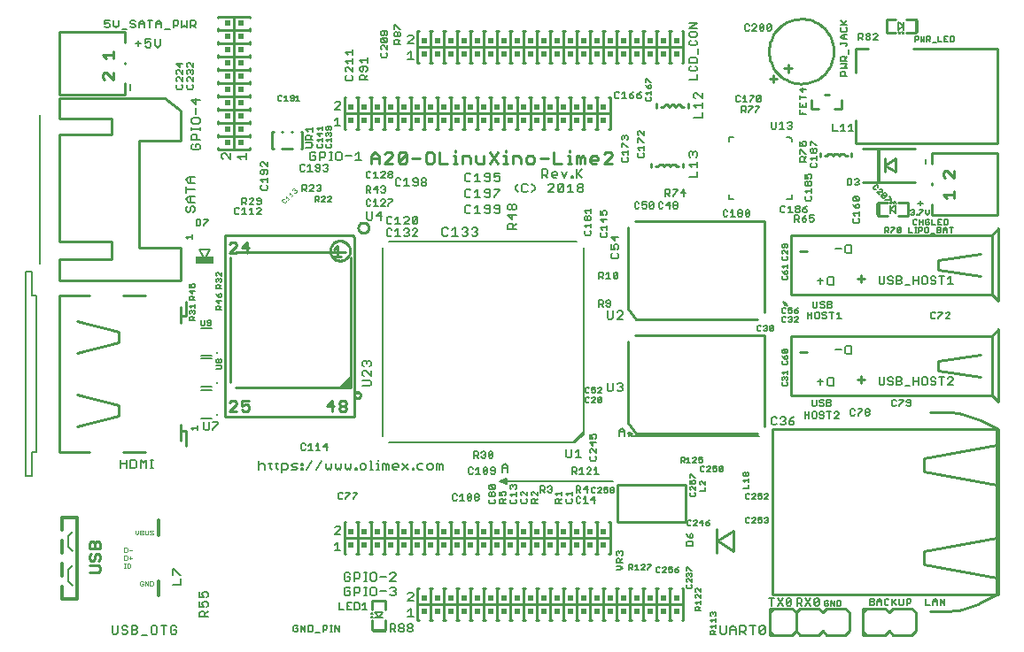
<source format=gbr>
G75*
G70*
%OFA0B0*%
%FSLAX24Y24*%
%IPPOS*%
%LPD*%
%AMOC8*
5,1,8,0,0,1.08239X$1,22.5*
%
%ADD10C,0.0110*%
%ADD11C,0.0080*%
%ADD12C,0.0050*%
%ADD13C,0.0100*%
%ADD14C,0.0070*%
%ADD15C,0.0060*%
%ADD16C,0.0120*%
%ADD17C,0.0040*%
%ADD18R,0.0150X0.1300*%
%ADD19R,0.0200X0.0200*%
%ADD20R,0.0700X0.0250*%
D10*
X021157Y027437D02*
X021157Y027737D01*
X021307Y027887D01*
X021457Y027737D01*
X021457Y027437D01*
X021672Y027437D02*
X021973Y027737D01*
X021973Y027812D01*
X021897Y027887D01*
X021747Y027887D01*
X021672Y027812D01*
X021457Y027662D02*
X021157Y027662D01*
X021672Y027437D02*
X021973Y027437D01*
X022188Y027512D02*
X022488Y027812D01*
X022488Y027512D01*
X022413Y027437D01*
X022263Y027437D01*
X022188Y027512D01*
X022188Y027812D01*
X022263Y027887D01*
X022413Y027887D01*
X022488Y027812D01*
X022704Y027662D02*
X023004Y027662D01*
X023219Y027812D02*
X023219Y027512D01*
X023294Y027437D01*
X023444Y027437D01*
X023519Y027512D01*
X023519Y027812D01*
X023444Y027887D01*
X023294Y027887D01*
X023219Y027812D01*
X023735Y027887D02*
X023735Y027437D01*
X024035Y027437D01*
X024250Y027437D02*
X024401Y027437D01*
X024325Y027437D02*
X024325Y027737D01*
X024250Y027737D01*
X024325Y027887D02*
X024325Y027962D01*
X024594Y027737D02*
X024819Y027737D01*
X024894Y027662D01*
X024894Y027437D01*
X025110Y027512D02*
X025185Y027437D01*
X025410Y027437D01*
X025410Y027737D01*
X025625Y027887D02*
X025926Y027437D01*
X026141Y027437D02*
X026291Y027437D01*
X026216Y027437D02*
X026216Y027737D01*
X026141Y027737D01*
X026216Y027887D02*
X026216Y027962D01*
X025926Y027887D02*
X025625Y027437D01*
X025110Y027512D02*
X025110Y027737D01*
X024594Y027737D02*
X024594Y027437D01*
X026485Y027437D02*
X026485Y027737D01*
X026710Y027737D01*
X026785Y027662D01*
X026785Y027437D01*
X027000Y027512D02*
X027075Y027437D01*
X027226Y027437D01*
X027301Y027512D01*
X027301Y027662D01*
X027226Y027737D01*
X027075Y027737D01*
X027000Y027662D01*
X027000Y027512D01*
X027516Y027662D02*
X027816Y027662D01*
X028032Y027887D02*
X028032Y027437D01*
X028332Y027437D01*
X028547Y027437D02*
X028697Y027437D01*
X028622Y027437D02*
X028622Y027737D01*
X028547Y027737D01*
X028622Y027887D02*
X028622Y027962D01*
X028891Y027737D02*
X028891Y027437D01*
X029041Y027437D02*
X029041Y027662D01*
X029116Y027737D01*
X029191Y027662D01*
X029191Y027437D01*
X029407Y027512D02*
X029407Y027662D01*
X029482Y027737D01*
X029632Y027737D01*
X029707Y027662D01*
X029707Y027587D01*
X029407Y027587D01*
X029407Y027512D02*
X029482Y027437D01*
X029632Y027437D01*
X029922Y027437D02*
X030223Y027737D01*
X030223Y027812D01*
X030147Y027887D01*
X029997Y027887D01*
X029922Y027812D01*
X029922Y027437D02*
X030223Y027437D01*
X029041Y027662D02*
X028966Y027737D01*
X028891Y027737D01*
D11*
X011413Y009781D02*
X011467Y009728D01*
X011574Y009728D01*
X011627Y009781D01*
X011627Y010048D01*
X011782Y009995D02*
X011782Y009941D01*
X011835Y009888D01*
X011942Y009888D01*
X011995Y009835D01*
X011995Y009781D01*
X011942Y009728D01*
X011835Y009728D01*
X011782Y009781D01*
X011782Y009995D02*
X011835Y010048D01*
X011942Y010048D01*
X011995Y009995D01*
X012150Y010048D02*
X012310Y010048D01*
X012364Y009995D01*
X012364Y009941D01*
X012310Y009888D01*
X012150Y009888D01*
X012150Y009728D02*
X012310Y009728D01*
X012364Y009781D01*
X012364Y009835D01*
X012310Y009888D01*
X012150Y009728D02*
X012150Y010048D01*
X012518Y009675D02*
X012732Y009675D01*
X012887Y009781D02*
X012940Y009728D01*
X013047Y009728D01*
X013100Y009781D01*
X013100Y009995D01*
X013047Y010048D01*
X012940Y010048D01*
X012887Y009995D01*
X012887Y009781D01*
X013255Y010048D02*
X013469Y010048D01*
X013362Y010048D02*
X013362Y009728D01*
X013623Y009781D02*
X013677Y009728D01*
X013783Y009728D01*
X013837Y009781D01*
X013837Y009888D01*
X013730Y009888D01*
X013623Y009995D02*
X013623Y009781D01*
X013623Y009995D02*
X013677Y010048D01*
X013783Y010048D01*
X013837Y009995D01*
X014691Y010367D02*
X014691Y010527D01*
X014745Y010580D01*
X014852Y010580D01*
X014905Y010527D01*
X014905Y010367D01*
X014905Y010473D02*
X015012Y010580D01*
X014958Y010735D02*
X015012Y010788D01*
X015012Y010895D01*
X014958Y010949D01*
X014852Y010949D01*
X014798Y010895D01*
X014798Y010842D01*
X014852Y010735D01*
X014691Y010735D01*
X014691Y010949D01*
X014691Y011103D02*
X014852Y011103D01*
X014798Y011210D01*
X014798Y011263D01*
X014852Y011317D01*
X014958Y011317D01*
X015012Y011263D01*
X015012Y011157D01*
X014958Y011103D01*
X014691Y011103D02*
X014691Y011317D01*
X014002Y011592D02*
X014002Y011805D01*
X014002Y011960D02*
X013948Y011960D01*
X013735Y012173D01*
X013681Y012173D01*
X013681Y011960D01*
X013681Y011592D02*
X014002Y011592D01*
X014691Y010367D02*
X015012Y010367D01*
X011413Y010048D02*
X011413Y009781D01*
X008402Y015682D02*
X008152Y015682D01*
X008152Y023382D01*
X008402Y023382D01*
X008402Y022482D01*
X008552Y022482D01*
X008552Y016582D01*
X008402Y016582D01*
X008402Y015682D01*
X011741Y015972D02*
X011741Y016292D01*
X011741Y016132D02*
X011955Y016132D01*
X011955Y016292D02*
X011955Y015972D01*
X012109Y015972D02*
X012270Y015972D01*
X012323Y016025D01*
X012323Y016239D01*
X012270Y016292D01*
X012109Y016292D01*
X012109Y015972D01*
X012478Y015972D02*
X012478Y016292D01*
X012585Y016185D01*
X012691Y016292D01*
X012691Y015972D01*
X012846Y015972D02*
X012953Y015972D01*
X012899Y015972D02*
X012899Y016292D01*
X012846Y016292D02*
X012953Y016292D01*
X014755Y017860D02*
X015149Y017860D01*
X015345Y017988D02*
X015347Y017994D01*
X015352Y017998D01*
X015358Y017998D01*
X015363Y017994D01*
X015365Y017988D01*
X015363Y017982D01*
X015358Y017978D01*
X015352Y017978D01*
X015347Y017982D01*
X015345Y017988D01*
X015149Y018903D02*
X014755Y018903D01*
X014755Y019060D02*
X015149Y019060D01*
X015345Y019188D02*
X015347Y019194D01*
X015352Y019198D01*
X015358Y019198D01*
X015363Y019194D01*
X015365Y019188D01*
X015363Y019182D01*
X015358Y019178D01*
X015352Y019178D01*
X015347Y019182D01*
X015345Y019188D01*
X015149Y020103D02*
X014755Y020103D01*
X014755Y020210D02*
X015149Y020210D01*
X015345Y020338D02*
X015347Y020344D01*
X015352Y020348D01*
X015358Y020348D01*
X015363Y020344D01*
X015365Y020338D01*
X015363Y020332D01*
X015358Y020328D01*
X015352Y020328D01*
X015347Y020332D01*
X015345Y020338D01*
X015149Y021253D02*
X014755Y021253D01*
X014902Y023835D02*
X015099Y024229D01*
X014705Y024229D01*
X014902Y023835D01*
X014458Y025622D02*
X014512Y025675D01*
X014512Y025782D01*
X014458Y025835D01*
X014405Y025835D01*
X014352Y025782D01*
X014352Y025675D01*
X014298Y025622D01*
X014245Y025622D01*
X014191Y025675D01*
X014191Y025782D01*
X014245Y025835D01*
X014298Y025990D02*
X014191Y026097D01*
X014298Y026203D01*
X014512Y026203D01*
X014352Y026203D02*
X014352Y025990D01*
X014298Y025990D02*
X014512Y025990D01*
X014512Y026465D02*
X014191Y026465D01*
X014191Y026358D02*
X014191Y026572D01*
X014298Y026727D02*
X014191Y026833D01*
X014298Y026940D01*
X014512Y026940D01*
X014352Y026940D02*
X014352Y026727D01*
X014298Y026727D02*
X014512Y026727D01*
X014445Y027972D02*
X014658Y027972D01*
X014712Y028025D01*
X014712Y028132D01*
X014658Y028185D01*
X014552Y028185D01*
X014552Y028078D01*
X014445Y027972D02*
X014391Y028025D01*
X014391Y028132D01*
X014445Y028185D01*
X014391Y028340D02*
X014391Y028500D01*
X014445Y028553D01*
X014552Y028553D01*
X014605Y028500D01*
X014605Y028340D01*
X014712Y028340D02*
X014391Y028340D01*
X014391Y028708D02*
X014391Y028815D01*
X014391Y028762D02*
X014712Y028762D01*
X014712Y028815D02*
X014712Y028708D01*
X014658Y028954D02*
X014712Y029007D01*
X014712Y029114D01*
X014658Y029167D01*
X014445Y029167D01*
X014391Y029114D01*
X014391Y029007D01*
X014445Y028954D01*
X014658Y028954D01*
X014552Y029322D02*
X014552Y029536D01*
X014552Y029690D02*
X014552Y029904D01*
X014712Y029851D02*
X014391Y029851D01*
X014552Y029690D01*
X015595Y027835D02*
X015541Y027782D01*
X015541Y027675D01*
X015595Y027622D01*
X015595Y027835D02*
X015648Y027835D01*
X015862Y027622D01*
X015862Y027835D01*
X016141Y027728D02*
X016462Y027728D01*
X016462Y027622D02*
X016462Y027835D01*
X016248Y027622D02*
X016141Y027728D01*
X018855Y027625D02*
X018908Y027572D01*
X019015Y027572D01*
X019068Y027625D01*
X019068Y027732D01*
X018961Y027732D01*
X018855Y027839D02*
X018855Y027625D01*
X018855Y027839D02*
X018908Y027892D01*
X019015Y027892D01*
X019068Y027839D01*
X019223Y027892D02*
X019383Y027892D01*
X019436Y027839D01*
X019436Y027732D01*
X019383Y027678D01*
X019223Y027678D01*
X019223Y027572D02*
X019223Y027892D01*
X019591Y027892D02*
X019698Y027892D01*
X019645Y027892D02*
X019645Y027572D01*
X019698Y027572D02*
X019591Y027572D01*
X019837Y027625D02*
X019890Y027572D01*
X019997Y027572D01*
X020050Y027625D01*
X020050Y027839D01*
X019997Y027892D01*
X019890Y027892D01*
X019837Y027839D01*
X019837Y027625D01*
X020205Y027732D02*
X020419Y027732D01*
X020573Y027785D02*
X020680Y027892D01*
X020680Y027572D01*
X020573Y027572D02*
X020787Y027572D01*
X020005Y028872D02*
X019792Y028872D01*
X019898Y028872D02*
X019898Y029192D01*
X019792Y029085D01*
X019792Y029472D02*
X020005Y029685D01*
X020005Y029739D01*
X019952Y029792D01*
X019845Y029792D01*
X019792Y029739D01*
X019792Y029472D02*
X020005Y029472D01*
X022542Y031372D02*
X022755Y031372D01*
X022648Y031372D02*
X022648Y031692D01*
X022542Y031585D01*
X022542Y031972D02*
X022755Y032185D01*
X022755Y032239D01*
X022702Y032292D01*
X022595Y032292D01*
X022542Y032239D01*
X022542Y031972D02*
X022755Y031972D01*
X027592Y027242D02*
X027752Y027242D01*
X027805Y027189D01*
X027805Y027082D01*
X027752Y027028D01*
X027592Y027028D01*
X027592Y026922D02*
X027592Y027242D01*
X027698Y027028D02*
X027805Y026922D01*
X027960Y026975D02*
X027960Y027082D01*
X028013Y027135D01*
X028120Y027135D01*
X028173Y027082D01*
X028173Y027028D01*
X027960Y027028D01*
X027960Y026975D02*
X028013Y026922D01*
X028120Y026922D01*
X028241Y026692D02*
X028348Y026692D01*
X028401Y026639D01*
X028188Y026425D01*
X028241Y026372D01*
X028348Y026372D01*
X028401Y026425D01*
X028401Y026639D01*
X028556Y026585D02*
X028663Y026692D01*
X028663Y026372D01*
X028769Y026372D02*
X028556Y026372D01*
X028924Y026425D02*
X028924Y026478D01*
X028978Y026532D01*
X029084Y026532D01*
X029138Y026478D01*
X029138Y026425D01*
X029084Y026372D01*
X028978Y026372D01*
X028924Y026425D01*
X028978Y026532D02*
X028924Y026585D01*
X028924Y026639D01*
X028978Y026692D01*
X029084Y026692D01*
X029138Y026639D01*
X029138Y026585D01*
X029084Y026532D01*
X029094Y026922D02*
X028934Y027082D01*
X028881Y027028D02*
X029094Y027242D01*
X028881Y027242D02*
X028881Y026922D01*
X028750Y026922D02*
X028697Y026922D01*
X028697Y026975D01*
X028750Y026975D01*
X028750Y026922D01*
X028542Y027135D02*
X028435Y026922D01*
X028328Y027135D01*
X028241Y026692D02*
X028188Y026639D01*
X028188Y026425D01*
X028033Y026372D02*
X027819Y026372D01*
X028033Y026585D01*
X028033Y026639D01*
X027979Y026692D01*
X027873Y026692D01*
X027819Y026639D01*
X027312Y026585D02*
X027205Y026692D01*
X027312Y026585D02*
X027312Y026478D01*
X027205Y026372D01*
X027051Y026425D02*
X026997Y026372D01*
X026891Y026372D01*
X026837Y026425D01*
X026837Y026639D01*
X026891Y026692D01*
X026997Y026692D01*
X027051Y026639D01*
X026698Y026692D02*
X026592Y026585D01*
X026592Y026478D01*
X026698Y026372D01*
X026558Y025922D02*
X026612Y025868D01*
X026612Y025762D01*
X026558Y025708D01*
X026505Y025708D01*
X026452Y025762D01*
X026452Y025868D01*
X026505Y025922D01*
X026558Y025922D01*
X026452Y025868D02*
X026398Y025922D01*
X026345Y025922D01*
X026291Y025868D01*
X026291Y025762D01*
X026345Y025708D01*
X026398Y025708D01*
X026452Y025762D01*
X026452Y025553D02*
X026452Y025340D01*
X026291Y025500D01*
X026612Y025500D01*
X026612Y025185D02*
X026505Y025078D01*
X026505Y025132D02*
X026505Y024972D01*
X026612Y024972D02*
X026291Y024972D01*
X026291Y025132D01*
X026345Y025185D01*
X026452Y025185D01*
X026505Y025132D01*
X026010Y025625D02*
X026010Y025839D01*
X025957Y025892D01*
X025850Y025892D01*
X025797Y025839D01*
X025797Y025785D01*
X025850Y025732D01*
X026010Y025732D01*
X026010Y025625D02*
X025957Y025572D01*
X025850Y025572D01*
X025797Y025625D01*
X025642Y025625D02*
X025642Y025839D01*
X025588Y025892D01*
X025482Y025892D01*
X025428Y025839D01*
X025428Y025785D01*
X025482Y025732D01*
X025642Y025732D01*
X025642Y025625D02*
X025588Y025572D01*
X025482Y025572D01*
X025428Y025625D01*
X025273Y025572D02*
X025060Y025572D01*
X025167Y025572D02*
X025167Y025892D01*
X025060Y025785D01*
X024905Y025839D02*
X024852Y025892D01*
X024745Y025892D01*
X024692Y025839D01*
X024692Y025625D01*
X024745Y025572D01*
X024852Y025572D01*
X024905Y025625D01*
X024852Y026172D02*
X024905Y026225D01*
X024852Y026172D02*
X024745Y026172D01*
X024692Y026225D01*
X024692Y026439D01*
X024745Y026492D01*
X024852Y026492D01*
X024905Y026439D01*
X025060Y026385D02*
X025167Y026492D01*
X025167Y026172D01*
X025273Y026172D02*
X025060Y026172D01*
X025428Y026225D02*
X025482Y026172D01*
X025588Y026172D01*
X025642Y026225D01*
X025642Y026439D01*
X025588Y026492D01*
X025482Y026492D01*
X025428Y026439D01*
X025428Y026385D01*
X025482Y026332D01*
X025642Y026332D01*
X025797Y026225D02*
X025797Y026172D01*
X025797Y026225D02*
X026010Y026439D01*
X026010Y026492D01*
X025797Y026492D01*
X025850Y026772D02*
X025797Y026825D01*
X025850Y026772D02*
X025957Y026772D01*
X026010Y026825D01*
X026010Y026932D01*
X025957Y026985D01*
X025903Y026985D01*
X025797Y026932D01*
X025797Y027092D01*
X026010Y027092D01*
X025642Y027039D02*
X025588Y027092D01*
X025482Y027092D01*
X025428Y027039D01*
X025428Y026985D01*
X025482Y026932D01*
X025642Y026932D01*
X025642Y026825D02*
X025642Y027039D01*
X025642Y026825D02*
X025588Y026772D01*
X025482Y026772D01*
X025428Y026825D01*
X025273Y026772D02*
X025060Y026772D01*
X025167Y026772D02*
X025167Y027092D01*
X025060Y026985D01*
X024905Y027039D02*
X024852Y027092D01*
X024745Y027092D01*
X024692Y027039D01*
X024692Y026825D01*
X024745Y026772D01*
X024852Y026772D01*
X024905Y026825D01*
X025000Y025042D02*
X025107Y025042D01*
X025160Y024989D01*
X025160Y024935D01*
X025107Y024882D01*
X025160Y024828D01*
X025160Y024775D01*
X025107Y024722D01*
X025000Y024722D01*
X024947Y024775D01*
X025053Y024882D02*
X025107Y024882D01*
X024947Y024989D02*
X025000Y025042D01*
X024792Y024989D02*
X024792Y024935D01*
X024738Y024882D01*
X024792Y024828D01*
X024792Y024775D01*
X024738Y024722D01*
X024632Y024722D01*
X024578Y024775D01*
X024685Y024882D02*
X024738Y024882D01*
X024792Y024989D02*
X024738Y025042D01*
X024632Y025042D01*
X024578Y024989D01*
X024317Y025042D02*
X024317Y024722D01*
X024423Y024722D02*
X024210Y024722D01*
X024055Y024775D02*
X024002Y024722D01*
X023895Y024722D01*
X023842Y024775D01*
X023842Y024989D01*
X023895Y025042D01*
X024002Y025042D01*
X024055Y024989D01*
X024210Y024935D02*
X024317Y025042D01*
X021825Y024500D02*
X028911Y024500D01*
X029148Y024264D02*
X029148Y017335D01*
X029148Y017256D01*
X028833Y016941D01*
X028754Y016941D01*
X029148Y017335D01*
X028754Y016941D02*
X021825Y016941D01*
X021589Y017177D02*
X021589Y024264D01*
X021520Y025322D02*
X021520Y025642D01*
X021360Y025482D01*
X021573Y025482D01*
X021205Y025375D02*
X021152Y025322D01*
X021045Y025322D01*
X020992Y025375D01*
X020992Y025642D01*
X021205Y025642D02*
X021205Y025375D01*
X021108Y020022D02*
X021055Y020022D01*
X021002Y019968D01*
X021002Y019915D01*
X021002Y019968D02*
X020948Y020022D01*
X020895Y020022D01*
X020841Y019968D01*
X020841Y019862D01*
X020895Y019808D01*
X020895Y019653D02*
X020841Y019600D01*
X020841Y019493D01*
X020895Y019440D01*
X020841Y019285D02*
X021108Y019285D01*
X021162Y019232D01*
X021162Y019125D01*
X021108Y019072D01*
X020841Y019072D01*
X021162Y019440D02*
X020948Y019653D01*
X020895Y019653D01*
X021108Y019808D02*
X021162Y019862D01*
X021162Y019968D01*
X021108Y020022D01*
X021162Y019653D02*
X021162Y019440D01*
X021415Y016295D02*
X021415Y016242D01*
X021415Y016135D02*
X021415Y015922D01*
X021468Y015922D02*
X021361Y015922D01*
X021222Y015922D02*
X021116Y015922D01*
X021169Y015922D02*
X021169Y016242D01*
X021116Y016242D01*
X020961Y016082D02*
X020908Y016135D01*
X020801Y016135D01*
X020747Y016082D01*
X020747Y015975D01*
X020801Y015922D01*
X020908Y015922D01*
X020961Y015975D01*
X020961Y016082D01*
X020617Y015975D02*
X020617Y015922D01*
X020563Y015922D01*
X020563Y015975D01*
X020617Y015975D01*
X020408Y015975D02*
X020408Y016135D01*
X020408Y015975D02*
X020355Y015922D01*
X020302Y015975D01*
X020248Y015922D01*
X020195Y015975D01*
X020195Y016135D01*
X020040Y016135D02*
X020040Y015975D01*
X019987Y015922D01*
X019933Y015975D01*
X019880Y015922D01*
X019827Y015975D01*
X019827Y016135D01*
X019672Y016135D02*
X019672Y015975D01*
X019618Y015922D01*
X019565Y015975D01*
X019512Y015922D01*
X019458Y015975D01*
X019458Y016135D01*
X019304Y016242D02*
X019090Y015922D01*
X018935Y016242D02*
X018722Y015922D01*
X018591Y015922D02*
X018538Y015922D01*
X018538Y015975D01*
X018591Y015975D01*
X018591Y015922D01*
X018591Y016082D02*
X018538Y016082D01*
X018538Y016135D01*
X018591Y016135D01*
X018591Y016082D01*
X018383Y016135D02*
X018223Y016135D01*
X018169Y016082D01*
X018223Y016028D01*
X018329Y016028D01*
X018383Y015975D01*
X018329Y015922D01*
X018169Y015922D01*
X018014Y015975D02*
X017961Y015922D01*
X017801Y015922D01*
X017801Y015815D02*
X017801Y016135D01*
X017961Y016135D01*
X018014Y016082D01*
X018014Y015975D01*
X017662Y015922D02*
X017609Y015975D01*
X017609Y016189D01*
X017662Y016135D02*
X017555Y016135D01*
X017417Y016135D02*
X017310Y016135D01*
X017363Y016189D02*
X017363Y015975D01*
X017417Y015922D01*
X017155Y015922D02*
X017155Y016082D01*
X017102Y016135D01*
X016995Y016135D01*
X016942Y016082D01*
X016942Y016242D02*
X016942Y015922D01*
X019792Y013739D02*
X019845Y013792D01*
X019952Y013792D01*
X020005Y013739D01*
X020005Y013685D01*
X019792Y013472D01*
X020005Y013472D01*
X019898Y013192D02*
X019898Y012872D01*
X019792Y012872D02*
X020005Y012872D01*
X019792Y013085D02*
X019898Y013192D01*
X020208Y012042D02*
X020155Y011989D01*
X020155Y011775D01*
X020208Y011722D01*
X020315Y011722D01*
X020368Y011775D01*
X020368Y011882D01*
X020261Y011882D01*
X020368Y011989D02*
X020315Y012042D01*
X020208Y012042D01*
X020523Y012042D02*
X020683Y012042D01*
X020736Y011989D01*
X020736Y011882D01*
X020683Y011828D01*
X020523Y011828D01*
X020523Y011722D02*
X020523Y012042D01*
X020891Y012042D02*
X020998Y012042D01*
X020945Y012042D02*
X020945Y011722D01*
X020998Y011722D02*
X020891Y011722D01*
X020891Y011492D02*
X020998Y011492D01*
X020945Y011492D02*
X020945Y011172D01*
X020998Y011172D02*
X020891Y011172D01*
X020736Y011332D02*
X020683Y011278D01*
X020523Y011278D01*
X020523Y011172D02*
X020523Y011492D01*
X020683Y011492D01*
X020736Y011439D01*
X020736Y011332D01*
X020368Y011332D02*
X020261Y011332D01*
X020368Y011332D02*
X020368Y011225D01*
X020315Y011172D01*
X020208Y011172D01*
X020155Y011225D01*
X020155Y011439D01*
X020208Y011492D01*
X020315Y011492D01*
X020368Y011439D01*
X021137Y011439D02*
X021137Y011225D01*
X021190Y011172D01*
X021297Y011172D01*
X021350Y011225D01*
X021350Y011439D01*
X021297Y011492D01*
X021190Y011492D01*
X021137Y011439D01*
X021190Y011722D02*
X021297Y011722D01*
X021350Y011775D01*
X021350Y011989D01*
X021297Y012042D01*
X021190Y012042D01*
X021137Y011989D01*
X021137Y011775D01*
X021190Y011722D01*
X021505Y011882D02*
X021719Y011882D01*
X021873Y011989D02*
X021927Y012042D01*
X022033Y012042D01*
X022087Y011989D01*
X022087Y011935D01*
X021873Y011722D01*
X022087Y011722D01*
X022033Y011492D02*
X022087Y011439D01*
X022087Y011385D01*
X022033Y011332D01*
X022087Y011278D01*
X022087Y011225D01*
X022033Y011172D01*
X021927Y011172D01*
X021873Y011225D01*
X021980Y011332D02*
X022033Y011332D01*
X022033Y011492D02*
X021927Y011492D01*
X021873Y011439D01*
X021719Y011332D02*
X021505Y011332D01*
X021602Y010532D02*
X021302Y010532D01*
X021452Y010332D01*
X021602Y010532D01*
X021602Y010332D02*
X021452Y010332D01*
X021302Y010332D01*
X022542Y010372D02*
X022755Y010372D01*
X022648Y010372D02*
X022648Y010692D01*
X022542Y010585D01*
X022542Y010972D02*
X022755Y011185D01*
X022755Y011239D01*
X022702Y011292D01*
X022595Y011292D01*
X022542Y011239D01*
X022542Y010972D02*
X022755Y010972D01*
X026002Y015482D02*
X026252Y015391D01*
X026252Y015582D01*
X026002Y015482D01*
X030252Y015482D01*
X029073Y016372D02*
X028860Y016372D01*
X028967Y016372D02*
X028967Y016692D01*
X028860Y016585D01*
X028705Y016692D02*
X028705Y016425D01*
X028652Y016372D01*
X028545Y016372D01*
X028492Y016425D01*
X028492Y016692D01*
X030492Y017172D02*
X030492Y017385D01*
X030598Y017492D01*
X030705Y017385D01*
X030705Y017172D01*
X030705Y017332D02*
X030492Y017332D01*
X030825Y017330D02*
X030872Y017186D01*
X030981Y017277D01*
X030825Y017330D01*
X030972Y017177D01*
X035747Y017177D01*
X037963Y019236D02*
X038177Y019236D01*
X038070Y019343D02*
X038070Y019129D01*
X038332Y019129D02*
X038332Y019343D01*
X038385Y019396D01*
X038545Y019396D01*
X038545Y019076D01*
X038385Y019076D01*
X038332Y019129D01*
X038631Y020433D02*
X038845Y020433D01*
X039000Y020540D02*
X039053Y020593D01*
X039213Y020593D01*
X039213Y020273D01*
X039053Y020273D01*
X039000Y020326D01*
X039000Y020540D01*
X038545Y022876D02*
X038385Y022876D01*
X038332Y022929D01*
X038332Y023143D01*
X038385Y023196D01*
X038545Y023196D01*
X038545Y022876D01*
X038177Y023036D02*
X037963Y023036D01*
X038070Y023143D02*
X038070Y022929D01*
X038631Y024233D02*
X038845Y024233D01*
X039000Y024340D02*
X039053Y024393D01*
X039213Y024393D01*
X039213Y024073D01*
X039053Y024073D01*
X039000Y024126D01*
X039000Y024340D01*
X040702Y025582D02*
X040702Y025732D01*
X040902Y025582D01*
X040902Y025882D01*
X040702Y025732D01*
X040702Y025882D01*
X036983Y026101D02*
X036983Y026288D01*
X036983Y026101D02*
X036796Y026101D01*
X034808Y026101D02*
X034621Y026101D01*
X034621Y026288D01*
X033437Y026947D02*
X033437Y027160D01*
X033437Y027315D02*
X033437Y027528D01*
X033437Y027422D02*
X033116Y027422D01*
X033223Y027315D01*
X033170Y027683D02*
X033116Y027737D01*
X033116Y027843D01*
X033170Y027897D01*
X033223Y027897D01*
X033277Y027843D01*
X033330Y027897D01*
X033383Y027897D01*
X033437Y027843D01*
X033437Y027737D01*
X033383Y027683D01*
X033277Y027790D02*
X033277Y027843D01*
X033116Y026947D02*
X033437Y026947D01*
X034621Y028276D02*
X034621Y028463D01*
X034808Y028463D01*
X033612Y029172D02*
X033612Y029385D01*
X033612Y029540D02*
X033612Y029753D01*
X033612Y029647D02*
X033291Y029647D01*
X033398Y029540D01*
X033345Y029908D02*
X033291Y029962D01*
X033291Y030068D01*
X033345Y030122D01*
X033398Y030122D01*
X033612Y029908D01*
X033612Y030122D01*
X033612Y029172D02*
X033291Y029172D01*
X036796Y028463D02*
X036904Y028463D01*
X036983Y028384D01*
X036983Y028276D01*
X041002Y032482D02*
X041002Y032782D01*
X041202Y032632D01*
X041002Y032482D01*
X041202Y032482D02*
X041202Y032632D01*
X041202Y032782D01*
X030574Y021899D02*
X030467Y021899D01*
X030414Y021846D01*
X030259Y021899D02*
X030259Y021632D01*
X030205Y021579D01*
X030099Y021579D01*
X030045Y021632D01*
X030045Y021899D01*
X030414Y021579D02*
X030627Y021793D01*
X030627Y021846D01*
X030574Y021899D01*
X030627Y021579D02*
X030414Y021579D01*
X030468Y019195D02*
X030575Y019195D01*
X030628Y019141D01*
X030628Y019088D01*
X030575Y019035D01*
X030628Y018981D01*
X030628Y018928D01*
X030575Y018874D01*
X030468Y018874D01*
X030415Y018928D01*
X030521Y019035D02*
X030575Y019035D01*
X030415Y019141D02*
X030468Y019195D01*
X030260Y019195D02*
X030260Y018928D01*
X030206Y018874D01*
X030100Y018874D01*
X030046Y018928D01*
X030046Y019195D01*
X026305Y016035D02*
X026305Y015822D01*
X026305Y015982D02*
X026092Y015982D01*
X026092Y016035D02*
X026198Y016142D01*
X026305Y016035D01*
X026092Y016035D02*
X026092Y015822D01*
X023846Y015922D02*
X023846Y016082D01*
X023793Y016135D01*
X023739Y016082D01*
X023739Y015922D01*
X023632Y015922D02*
X023632Y016135D01*
X023686Y016135D01*
X023739Y016082D01*
X023478Y016082D02*
X023424Y016135D01*
X023317Y016135D01*
X023264Y016082D01*
X023264Y015975D01*
X023317Y015922D01*
X023424Y015922D01*
X023478Y015975D01*
X023478Y016082D01*
X023109Y016135D02*
X022949Y016135D01*
X022896Y016082D01*
X022896Y015975D01*
X022949Y015922D01*
X023109Y015922D01*
X022765Y015922D02*
X022712Y015922D01*
X022712Y015975D01*
X022765Y015975D01*
X022765Y015922D01*
X022557Y015922D02*
X022343Y016135D01*
X022189Y016082D02*
X022189Y016028D01*
X021975Y016028D01*
X021975Y015975D02*
X021975Y016082D01*
X022028Y016135D01*
X022135Y016135D01*
X022189Y016082D01*
X022135Y015922D02*
X022028Y015922D01*
X021975Y015975D01*
X021820Y015922D02*
X021820Y016082D01*
X021767Y016135D01*
X021713Y016082D01*
X021713Y015922D01*
X021607Y015922D02*
X021607Y016135D01*
X021660Y016135D01*
X021713Y016082D01*
X021415Y016135D02*
X021361Y016135D01*
X022343Y015922D02*
X022557Y016135D01*
X034300Y010042D02*
X034300Y009775D01*
X034353Y009722D01*
X034460Y009722D01*
X034514Y009775D01*
X034514Y010042D01*
X034668Y009935D02*
X034775Y010042D01*
X034882Y009935D01*
X034882Y009722D01*
X035037Y009722D02*
X035037Y010042D01*
X035197Y010042D01*
X035250Y009989D01*
X035250Y009882D01*
X035197Y009828D01*
X035037Y009828D01*
X035143Y009828D02*
X035250Y009722D01*
X035512Y009722D02*
X035512Y010042D01*
X035405Y010042D02*
X035619Y010042D01*
X035773Y009989D02*
X035827Y010042D01*
X035933Y010042D01*
X035987Y009989D01*
X035773Y009775D01*
X035827Y009722D01*
X035933Y009722D01*
X035987Y009775D01*
X035987Y009989D01*
X035773Y009989D02*
X035773Y009775D01*
X034882Y009882D02*
X034668Y009882D01*
X034668Y009935D02*
X034668Y009722D01*
X012102Y030222D02*
X012102Y030435D01*
X012398Y031875D02*
X012398Y032089D01*
X012292Y031982D02*
X012505Y031982D01*
X012660Y031982D02*
X012767Y032035D01*
X012820Y032035D01*
X012873Y031982D01*
X012873Y031875D01*
X012820Y031822D01*
X012713Y031822D01*
X012660Y031875D01*
X012660Y031982D02*
X012660Y032142D01*
X012873Y032142D01*
X013028Y032142D02*
X013028Y031928D01*
X013135Y031822D01*
X013242Y031928D01*
X013242Y032142D01*
X008702Y029282D02*
X008702Y023682D01*
D12*
X014326Y022900D02*
X014326Y022767D01*
X014427Y022767D01*
X014393Y022834D01*
X014393Y022867D01*
X014427Y022900D01*
X014493Y022900D01*
X014527Y022867D01*
X014527Y022800D01*
X014493Y022767D01*
X014427Y022670D02*
X014427Y022537D01*
X014326Y022637D01*
X014527Y022637D01*
X014527Y022440D02*
X014460Y022373D01*
X014460Y022407D02*
X014460Y022307D01*
X014527Y022307D02*
X014326Y022307D01*
X014326Y022407D01*
X014360Y022440D01*
X014427Y022440D01*
X014460Y022407D01*
X014527Y022150D02*
X014527Y022017D01*
X014527Y022084D02*
X014326Y022084D01*
X014393Y022017D01*
X014393Y021920D02*
X014427Y021887D01*
X014460Y021920D01*
X014493Y021920D01*
X014527Y021887D01*
X014527Y021820D01*
X014493Y021787D01*
X014427Y021854D02*
X014427Y021887D01*
X014393Y021920D02*
X014360Y021920D01*
X014326Y021887D01*
X014326Y021820D01*
X014360Y021787D01*
X014360Y021690D02*
X014427Y021690D01*
X014460Y021657D01*
X014460Y021557D01*
X014460Y021623D02*
X014527Y021690D01*
X014527Y021557D02*
X014326Y021557D01*
X014326Y021657D01*
X014360Y021690D01*
X014777Y021557D02*
X014777Y021390D01*
X014810Y021357D01*
X014877Y021357D01*
X014910Y021390D01*
X014910Y021557D01*
X015007Y021523D02*
X015007Y021490D01*
X015040Y021457D01*
X015140Y021457D01*
X015140Y021523D02*
X015107Y021557D01*
X015040Y021557D01*
X015007Y021523D01*
X015007Y021390D02*
X015040Y021357D01*
X015107Y021357D01*
X015140Y021390D01*
X015140Y021523D01*
X015326Y021957D02*
X015326Y022057D01*
X015360Y022090D01*
X015427Y022090D01*
X015460Y022057D01*
X015460Y021957D01*
X015460Y022023D02*
X015527Y022090D01*
X015527Y021957D02*
X015326Y021957D01*
X015427Y022187D02*
X015326Y022287D01*
X015527Y022287D01*
X015427Y022320D02*
X015427Y022187D01*
X015427Y022417D02*
X015360Y022484D01*
X015326Y022550D01*
X015427Y022517D02*
X015427Y022417D01*
X015493Y022417D01*
X015527Y022450D01*
X015527Y022517D01*
X015493Y022550D01*
X015460Y022550D01*
X015427Y022517D01*
X015460Y022757D02*
X015460Y022857D01*
X015427Y022890D01*
X015360Y022890D01*
X015326Y022857D01*
X015326Y022757D01*
X015527Y022757D01*
X015460Y022823D02*
X015527Y022890D01*
X015493Y022987D02*
X015527Y023020D01*
X015527Y023087D01*
X015493Y023120D01*
X015460Y023120D01*
X015427Y023087D01*
X015427Y023054D01*
X015427Y023087D02*
X015393Y023120D01*
X015360Y023120D01*
X015326Y023087D01*
X015326Y023020D01*
X015360Y022987D01*
X015360Y023217D02*
X015326Y023250D01*
X015326Y023317D01*
X015360Y023350D01*
X015393Y023350D01*
X015527Y023217D01*
X015527Y023350D01*
X019077Y026007D02*
X019077Y026207D01*
X019177Y026207D01*
X019210Y026173D01*
X019210Y026107D01*
X019177Y026073D01*
X019077Y026073D01*
X019143Y026073D02*
X019210Y026007D01*
X019307Y026007D02*
X019440Y026140D01*
X019440Y026173D01*
X019407Y026207D01*
X019340Y026207D01*
X019307Y026173D01*
X019307Y026007D02*
X019440Y026007D01*
X019537Y026007D02*
X019670Y026140D01*
X019670Y026173D01*
X019637Y026207D01*
X019570Y026207D01*
X019537Y026173D01*
X019537Y026007D02*
X019670Y026007D01*
X019643Y028036D02*
X019510Y028036D01*
X019476Y028069D01*
X019476Y028136D01*
X019510Y028169D01*
X019543Y028266D02*
X019476Y028333D01*
X019677Y028333D01*
X019677Y028399D02*
X019677Y028266D01*
X019643Y028169D02*
X019677Y028136D01*
X019677Y028069D01*
X019643Y028036D01*
X019327Y028069D02*
X019327Y028136D01*
X019293Y028169D01*
X019327Y028266D02*
X019327Y028399D01*
X019327Y028333D02*
X019126Y028333D01*
X019193Y028266D01*
X019160Y028169D02*
X019126Y028136D01*
X019126Y028069D01*
X019160Y028036D01*
X019293Y028036D01*
X019327Y028069D01*
X019227Y028496D02*
X019227Y028630D01*
X019193Y028726D02*
X019126Y028793D01*
X019327Y028793D01*
X019327Y028726D02*
X019327Y028860D01*
X019476Y028826D02*
X019476Y028760D01*
X019510Y028726D01*
X019543Y028726D01*
X019577Y028760D01*
X019577Y028860D01*
X019643Y028860D02*
X019510Y028860D01*
X019476Y028826D01*
X019643Y028860D02*
X019677Y028826D01*
X019677Y028760D01*
X019643Y028726D01*
X019643Y028630D02*
X019677Y028596D01*
X019677Y028530D01*
X019643Y028496D01*
X019577Y028563D02*
X019577Y028596D01*
X019610Y028630D01*
X019643Y028630D01*
X019577Y028596D02*
X019543Y028630D01*
X019510Y028630D01*
X019476Y028596D01*
X019476Y028530D01*
X019510Y028496D01*
X019327Y028596D02*
X019126Y028596D01*
X019227Y028496D01*
X018476Y029807D02*
X018342Y029807D01*
X018409Y029807D02*
X018409Y030007D01*
X018342Y029940D01*
X018245Y029907D02*
X018145Y029907D01*
X018112Y029940D01*
X018112Y029973D01*
X018145Y030007D01*
X018212Y030007D01*
X018245Y029973D01*
X018245Y029840D01*
X018212Y029807D01*
X018145Y029807D01*
X018112Y029840D01*
X018015Y029807D02*
X017882Y029807D01*
X017949Y029807D02*
X017949Y030007D01*
X017882Y029940D01*
X017785Y029973D02*
X017752Y030007D01*
X017685Y030007D01*
X017652Y029973D01*
X017652Y029840D01*
X017685Y029807D01*
X017752Y029807D01*
X017785Y029840D01*
X015493Y020070D02*
X015527Y020037D01*
X015527Y019970D01*
X015493Y019937D01*
X015460Y019937D01*
X015427Y019970D01*
X015427Y020037D01*
X015460Y020070D01*
X015493Y020070D01*
X015427Y020037D02*
X015393Y020070D01*
X015360Y020070D01*
X015326Y020037D01*
X015326Y019970D01*
X015360Y019937D01*
X015393Y019937D01*
X015427Y019970D01*
X015493Y019840D02*
X015326Y019840D01*
X015326Y019707D02*
X015493Y019707D01*
X015527Y019740D01*
X015527Y019807D01*
X015493Y019840D01*
X009934Y013569D02*
X009777Y013412D01*
X009777Y013018D01*
X009934Y012860D01*
X009934Y012309D02*
X009777Y012152D01*
X009777Y011719D01*
X009934Y011561D01*
X021172Y010522D02*
X021172Y010472D01*
X021222Y010472D01*
X021172Y010472D02*
X021242Y010542D01*
X021242Y010402D02*
X021172Y010332D01*
X021172Y010382D01*
X021172Y010332D02*
X021222Y010332D01*
X029477Y015090D02*
X029510Y015057D01*
X029577Y015057D01*
X029610Y015090D01*
X029707Y015057D02*
X029840Y015190D01*
X029840Y015223D01*
X029807Y015257D01*
X029740Y015257D01*
X029707Y015223D01*
X029610Y015223D02*
X029577Y015257D01*
X029510Y015257D01*
X029477Y015223D01*
X029477Y015090D01*
X029707Y015057D02*
X029840Y015057D01*
X029937Y015090D02*
X029970Y015057D01*
X030037Y015057D01*
X030070Y015090D01*
X030070Y015157D01*
X030037Y015190D01*
X030004Y015190D01*
X029937Y015157D01*
X029937Y015257D01*
X030070Y015257D01*
X030167Y015223D02*
X030167Y015190D01*
X030200Y015157D01*
X030267Y015157D01*
X030301Y015123D01*
X030301Y015090D01*
X030267Y015057D01*
X030200Y015057D01*
X030167Y015090D01*
X030167Y015123D01*
X030200Y015157D01*
X030267Y015157D02*
X030301Y015190D01*
X030301Y015223D01*
X030267Y015257D01*
X030200Y015257D01*
X030167Y015223D01*
X032812Y016193D02*
X032812Y016393D01*
X032912Y016393D01*
X032945Y016360D01*
X032945Y016293D01*
X032912Y016260D01*
X032812Y016260D01*
X032878Y016260D02*
X032945Y016193D01*
X033042Y016193D02*
X033175Y016193D01*
X033109Y016193D02*
X033109Y016393D01*
X033042Y016326D01*
X033272Y016360D02*
X033305Y016393D01*
X033372Y016393D01*
X033405Y016360D01*
X033405Y016326D01*
X033272Y016193D01*
X033405Y016193D01*
X033502Y016226D02*
X033536Y016193D01*
X033602Y016193D01*
X033636Y016226D01*
X033636Y016293D01*
X033602Y016326D01*
X033569Y016326D01*
X033502Y016293D01*
X033502Y016393D01*
X033636Y016393D01*
X033656Y016057D02*
X033589Y016057D01*
X033556Y016023D01*
X033556Y015890D01*
X033589Y015857D01*
X033656Y015857D01*
X033689Y015890D01*
X033786Y015857D02*
X033919Y015990D01*
X033919Y016023D01*
X033886Y016057D01*
X033819Y016057D01*
X033786Y016023D01*
X033689Y016023D02*
X033656Y016057D01*
X033786Y015857D02*
X033919Y015857D01*
X034016Y015890D02*
X034050Y015857D01*
X034116Y015857D01*
X034150Y015890D01*
X034150Y015957D01*
X034116Y015990D01*
X034083Y015990D01*
X034016Y015957D01*
X034016Y016057D01*
X034150Y016057D01*
X034246Y016023D02*
X034280Y016057D01*
X034346Y016057D01*
X034380Y016023D01*
X034246Y015890D01*
X034280Y015857D01*
X034346Y015857D01*
X034380Y015890D01*
X034380Y016023D01*
X034246Y016023D02*
X034246Y015890D01*
X033727Y015470D02*
X033727Y015337D01*
X033593Y015470D01*
X033560Y015470D01*
X033526Y015437D01*
X033526Y015370D01*
X033560Y015337D01*
X033727Y015240D02*
X033727Y015107D01*
X033526Y015107D01*
X033377Y015137D02*
X033243Y015270D01*
X033210Y015270D01*
X033176Y015237D01*
X033176Y015170D01*
X033210Y015137D01*
X033210Y015040D02*
X033176Y015007D01*
X033176Y014940D01*
X033210Y014907D01*
X033343Y014907D01*
X033377Y014940D01*
X033377Y015007D01*
X033343Y015040D01*
X033377Y015137D02*
X033377Y015270D01*
X033343Y015367D02*
X033377Y015400D01*
X033377Y015467D01*
X033343Y015500D01*
X033277Y015500D01*
X033243Y015467D01*
X033243Y015434D01*
X033277Y015367D01*
X033176Y015367D01*
X033176Y015500D01*
X033176Y015597D02*
X033176Y015731D01*
X033210Y015731D01*
X033343Y015597D01*
X033377Y015597D01*
X033386Y014007D02*
X033319Y014007D01*
X033286Y013973D01*
X033189Y013973D02*
X033156Y014007D01*
X033089Y014007D01*
X033056Y013973D01*
X033056Y013840D01*
X033089Y013807D01*
X033156Y013807D01*
X033189Y013840D01*
X033286Y013807D02*
X033419Y013940D01*
X033419Y013973D01*
X033386Y014007D01*
X033516Y013907D02*
X033616Y014007D01*
X033616Y013807D01*
X033650Y013907D02*
X033516Y013907D01*
X033419Y013807D02*
X033286Y013807D01*
X033746Y013840D02*
X033780Y013807D01*
X033846Y013807D01*
X033880Y013840D01*
X033880Y013873D01*
X033846Y013907D01*
X033746Y013907D01*
X033746Y013840D01*
X033746Y013907D02*
X033813Y013973D01*
X033880Y014007D01*
X035277Y013940D02*
X035310Y013907D01*
X035377Y013907D01*
X035410Y013940D01*
X035507Y013907D02*
X035640Y014040D01*
X035640Y014073D01*
X035607Y014107D01*
X035540Y014107D01*
X035507Y014073D01*
X035410Y014073D02*
X035377Y014107D01*
X035310Y014107D01*
X035277Y014073D01*
X035277Y013940D01*
X035507Y013907D02*
X035640Y013907D01*
X035737Y013940D02*
X035770Y013907D01*
X035837Y013907D01*
X035870Y013940D01*
X035870Y014007D01*
X035837Y014040D01*
X035804Y014040D01*
X035737Y014007D01*
X035737Y014107D01*
X035870Y014107D01*
X035967Y014073D02*
X036000Y014107D01*
X036067Y014107D01*
X036101Y014073D01*
X036101Y014040D01*
X036067Y014007D01*
X036101Y013973D01*
X036101Y013940D01*
X036067Y013907D01*
X036000Y013907D01*
X035967Y013940D01*
X036034Y014007D02*
X036067Y014007D01*
X036101Y014807D02*
X035967Y014807D01*
X036101Y014940D01*
X036101Y014973D01*
X036067Y015007D01*
X036000Y015007D01*
X035967Y014973D01*
X035870Y015007D02*
X035737Y015007D01*
X035737Y014907D01*
X035804Y014940D01*
X035837Y014940D01*
X035870Y014907D01*
X035870Y014840D01*
X035837Y014807D01*
X035770Y014807D01*
X035737Y014840D01*
X035640Y014807D02*
X035507Y014807D01*
X035640Y014940D01*
X035640Y014973D01*
X035607Y015007D01*
X035540Y015007D01*
X035507Y014973D01*
X035410Y014973D02*
X035377Y015007D01*
X035310Y015007D01*
X035277Y014973D01*
X035277Y014840D01*
X035310Y014807D01*
X035377Y014807D01*
X035410Y014840D01*
X035377Y015207D02*
X035377Y015340D01*
X035377Y015437D02*
X035377Y015570D01*
X035377Y015504D02*
X035176Y015504D01*
X035243Y015437D01*
X035243Y015667D02*
X035210Y015667D01*
X035176Y015700D01*
X035176Y015767D01*
X035210Y015800D01*
X035243Y015800D01*
X035277Y015767D01*
X035277Y015700D01*
X035243Y015667D01*
X035277Y015700D02*
X035310Y015667D01*
X035343Y015667D01*
X035377Y015700D01*
X035377Y015767D01*
X035343Y015800D01*
X035310Y015800D01*
X035277Y015767D01*
X035377Y015207D02*
X035176Y015207D01*
X033060Y012260D02*
X033193Y012126D01*
X033227Y012126D01*
X033193Y012030D02*
X033227Y011996D01*
X033227Y011930D01*
X033193Y011896D01*
X033127Y011963D02*
X033127Y011996D01*
X033160Y012030D01*
X033193Y012030D01*
X033127Y011996D02*
X033093Y012030D01*
X033060Y012030D01*
X033026Y011996D01*
X033026Y011930D01*
X033060Y011896D01*
X033060Y011799D02*
X033026Y011766D01*
X033026Y011699D01*
X033060Y011666D01*
X033060Y011569D02*
X033026Y011536D01*
X033026Y011469D01*
X033060Y011436D01*
X033193Y011436D01*
X033227Y011469D01*
X033227Y011536D01*
X033193Y011569D01*
X033227Y011666D02*
X033093Y011799D01*
X033060Y011799D01*
X033227Y011799D02*
X033227Y011666D01*
X033410Y011431D02*
X033376Y011397D01*
X033376Y011330D01*
X033410Y011297D01*
X033410Y011200D02*
X033376Y011167D01*
X033376Y011100D01*
X033410Y011067D01*
X033410Y011200D02*
X033443Y011200D01*
X033577Y011067D01*
X033577Y011200D01*
X033577Y011297D02*
X033443Y011431D01*
X033410Y011431D01*
X033577Y011431D02*
X033577Y011297D01*
X033577Y010970D02*
X033577Y010837D01*
X033577Y010904D02*
X033376Y010904D01*
X033443Y010837D01*
X033410Y010740D02*
X033477Y010740D01*
X033510Y010707D01*
X033510Y010607D01*
X033510Y010673D02*
X033577Y010740D01*
X033577Y010607D02*
X033376Y010607D01*
X033376Y010707D01*
X033410Y010740D01*
X033926Y010497D02*
X033960Y010531D01*
X033993Y010531D01*
X034027Y010497D01*
X034060Y010531D01*
X034093Y010531D01*
X034127Y010497D01*
X034127Y010430D01*
X034093Y010397D01*
X034027Y010464D02*
X034027Y010497D01*
X033926Y010497D02*
X033926Y010430D01*
X033960Y010397D01*
X033926Y010234D02*
X034127Y010234D01*
X034127Y010300D02*
X034127Y010167D01*
X034127Y010070D02*
X034127Y009937D01*
X034127Y010004D02*
X033926Y010004D01*
X033993Y009937D01*
X033960Y009840D02*
X034027Y009840D01*
X034060Y009807D01*
X034060Y009707D01*
X034060Y009773D02*
X034127Y009840D01*
X034127Y009707D02*
X033926Y009707D01*
X033926Y009807D01*
X033960Y009840D01*
X033993Y010167D02*
X033926Y010234D01*
X033026Y012126D02*
X033026Y012260D01*
X033060Y012260D01*
X032730Y012257D02*
X032663Y012223D01*
X032596Y012157D01*
X032696Y012157D01*
X032730Y012123D01*
X032730Y012090D01*
X032696Y012057D01*
X032630Y012057D01*
X032596Y012090D01*
X032596Y012157D01*
X032500Y012157D02*
X032500Y012090D01*
X032466Y012057D01*
X032400Y012057D01*
X032366Y012090D01*
X032366Y012157D02*
X032433Y012190D01*
X032466Y012190D01*
X032500Y012157D01*
X032500Y012257D02*
X032366Y012257D01*
X032366Y012157D01*
X032269Y012190D02*
X032269Y012223D01*
X032236Y012257D01*
X032169Y012257D01*
X032136Y012223D01*
X032039Y012223D02*
X032006Y012257D01*
X031939Y012257D01*
X031906Y012223D01*
X031906Y012090D01*
X031939Y012057D01*
X032006Y012057D01*
X032039Y012090D01*
X032136Y012057D02*
X032269Y012190D01*
X032269Y012057D02*
X032136Y012057D01*
X031680Y012323D02*
X031546Y012190D01*
X031546Y012157D01*
X031450Y012157D02*
X031316Y012157D01*
X031450Y012290D01*
X031450Y012323D01*
X031416Y012357D01*
X031350Y012357D01*
X031316Y012323D01*
X031153Y012357D02*
X031153Y012157D01*
X031219Y012157D02*
X031086Y012157D01*
X030989Y012157D02*
X030923Y012223D01*
X030956Y012223D02*
X030856Y012223D01*
X030856Y012157D02*
X030856Y012357D01*
X030956Y012357D01*
X030989Y012323D01*
X030989Y012257D01*
X030956Y012223D01*
X031086Y012290D02*
X031153Y012357D01*
X031546Y012357D02*
X031680Y012357D01*
X031680Y012323D01*
X038227Y010948D02*
X038227Y010815D01*
X038260Y010782D01*
X038327Y010782D01*
X038360Y010815D01*
X038360Y010882D01*
X038293Y010882D01*
X038227Y010948D02*
X038260Y010982D01*
X038327Y010982D01*
X038360Y010948D01*
X038457Y010982D02*
X038590Y010782D01*
X038590Y010982D01*
X038687Y010982D02*
X038787Y010982D01*
X038820Y010948D01*
X038820Y010815D01*
X038787Y010782D01*
X038687Y010782D01*
X038687Y010982D01*
X038457Y010982D02*
X038457Y010782D01*
X029830Y018490D02*
X029796Y018457D01*
X029730Y018457D01*
X029696Y018490D01*
X029830Y018623D01*
X029830Y018490D01*
X029830Y018623D02*
X029796Y018657D01*
X029730Y018657D01*
X029696Y018623D01*
X029696Y018490D01*
X029600Y018457D02*
X029466Y018457D01*
X029600Y018590D01*
X029600Y018623D01*
X029566Y018657D01*
X029500Y018657D01*
X029466Y018623D01*
X029370Y018623D02*
X029336Y018657D01*
X029269Y018657D01*
X029236Y018623D01*
X029236Y018490D01*
X029269Y018457D01*
X029336Y018457D01*
X029370Y018490D01*
X029336Y018807D02*
X029370Y018840D01*
X029336Y018807D02*
X029269Y018807D01*
X029236Y018840D01*
X029236Y018973D01*
X029269Y019007D01*
X029336Y019007D01*
X029370Y018973D01*
X029466Y019007D02*
X029466Y018907D01*
X029533Y018940D01*
X029566Y018940D01*
X029600Y018907D01*
X029600Y018840D01*
X029566Y018807D01*
X029500Y018807D01*
X029466Y018840D01*
X029466Y019007D02*
X029600Y019007D01*
X029696Y018973D02*
X029730Y019007D01*
X029796Y019007D01*
X029830Y018973D01*
X029830Y018940D01*
X029696Y018807D01*
X029830Y018807D01*
X035686Y021190D02*
X035719Y021157D01*
X035786Y021157D01*
X035820Y021190D01*
X035916Y021190D02*
X035950Y021157D01*
X036016Y021157D01*
X036050Y021190D01*
X036050Y021223D01*
X036016Y021257D01*
X035983Y021257D01*
X036016Y021257D02*
X036050Y021290D01*
X036050Y021323D01*
X036016Y021357D01*
X035950Y021357D01*
X035916Y021323D01*
X035820Y021323D02*
X035786Y021357D01*
X035719Y021357D01*
X035686Y021323D01*
X035686Y021190D01*
X036146Y021190D02*
X036280Y021323D01*
X036280Y021190D01*
X036246Y021157D01*
X036180Y021157D01*
X036146Y021190D01*
X036146Y021323D01*
X036180Y021357D01*
X036246Y021357D01*
X036280Y021323D01*
X036627Y021515D02*
X036660Y021482D01*
X036727Y021482D01*
X036760Y021515D01*
X036857Y021515D02*
X036890Y021482D01*
X036957Y021482D01*
X036990Y021515D01*
X036990Y021548D01*
X036957Y021582D01*
X036924Y021582D01*
X036957Y021582D02*
X036990Y021615D01*
X036990Y021648D01*
X036957Y021682D01*
X036890Y021682D01*
X036857Y021648D01*
X036760Y021648D02*
X036727Y021682D01*
X036660Y021682D01*
X036627Y021648D01*
X036627Y021515D01*
X036660Y021807D02*
X036727Y021807D01*
X036760Y021840D01*
X036857Y021840D02*
X036890Y021807D01*
X036957Y021807D01*
X036990Y021840D01*
X036990Y021907D01*
X036957Y021940D01*
X036924Y021940D01*
X036857Y021907D01*
X036857Y022007D01*
X036990Y022007D01*
X037087Y021907D02*
X037187Y021907D01*
X037220Y021873D01*
X037220Y021840D01*
X037187Y021807D01*
X037120Y021807D01*
X037087Y021840D01*
X037087Y021907D01*
X037154Y021973D01*
X037220Y022007D01*
X037187Y021682D02*
X037120Y021682D01*
X037087Y021648D01*
X037187Y021682D02*
X037220Y021648D01*
X037220Y021615D01*
X037087Y021482D01*
X037220Y021482D01*
X036660Y021807D02*
X036627Y021840D01*
X036627Y021973D01*
X036660Y022007D01*
X036727Y022007D01*
X036760Y021973D01*
X036793Y023066D02*
X036827Y023099D01*
X036827Y023166D01*
X036793Y023200D01*
X036793Y023296D02*
X036827Y023330D01*
X036827Y023396D01*
X036793Y023430D01*
X036760Y023430D01*
X036727Y023396D01*
X036727Y023296D01*
X036793Y023296D01*
X036727Y023296D02*
X036660Y023363D01*
X036626Y023430D01*
X036693Y023526D02*
X036626Y023593D01*
X036827Y023593D01*
X036827Y023526D02*
X036827Y023660D01*
X036793Y023816D02*
X036827Y023849D01*
X036827Y023916D01*
X036793Y023950D01*
X036827Y024046D02*
X036693Y024180D01*
X036660Y024180D01*
X036626Y024146D01*
X036626Y024080D01*
X036660Y024046D01*
X036660Y023950D02*
X036626Y023916D01*
X036626Y023849D01*
X036660Y023816D01*
X036793Y023816D01*
X036827Y024046D02*
X036827Y024180D01*
X036793Y024276D02*
X036827Y024310D01*
X036827Y024376D01*
X036793Y024410D01*
X036660Y024410D01*
X036626Y024376D01*
X036626Y024310D01*
X036660Y024276D01*
X036693Y024276D01*
X036727Y024310D01*
X036727Y024410D01*
X036660Y023200D02*
X036626Y023166D01*
X036626Y023099D01*
X036660Y023066D01*
X036793Y023066D01*
X036793Y020460D02*
X036827Y020426D01*
X036827Y020360D01*
X036793Y020326D01*
X036660Y020460D01*
X036793Y020460D01*
X036660Y020460D02*
X036626Y020426D01*
X036626Y020360D01*
X036660Y020326D01*
X036793Y020326D01*
X036793Y020230D02*
X036760Y020230D01*
X036727Y020196D01*
X036727Y020096D01*
X036793Y020096D01*
X036827Y020130D01*
X036827Y020196D01*
X036793Y020230D01*
X036660Y020163D02*
X036727Y020096D01*
X036660Y020163D02*
X036626Y020230D01*
X036660Y020000D02*
X036626Y019966D01*
X036626Y019899D01*
X036660Y019866D01*
X036793Y019866D01*
X036827Y019899D01*
X036827Y019966D01*
X036793Y020000D01*
X036827Y019660D02*
X036827Y019526D01*
X036827Y019593D02*
X036626Y019593D01*
X036693Y019526D01*
X036693Y019430D02*
X036727Y019396D01*
X036760Y019430D01*
X036793Y019430D01*
X036827Y019396D01*
X036827Y019330D01*
X036793Y019296D01*
X036727Y019363D02*
X036727Y019396D01*
X036693Y019430D02*
X036660Y019430D01*
X036626Y019396D01*
X036626Y019330D01*
X036660Y019296D01*
X036660Y019200D02*
X036626Y019166D01*
X036626Y019099D01*
X036660Y019066D01*
X036793Y019066D01*
X036827Y019099D01*
X036827Y019166D01*
X036793Y019200D01*
X040502Y024857D02*
X040502Y025057D01*
X040602Y025057D01*
X040635Y025023D01*
X040635Y024957D01*
X040602Y024923D01*
X040502Y024923D01*
X040568Y024923D02*
X040635Y024857D01*
X040732Y024857D02*
X040732Y024890D01*
X040865Y025023D01*
X040865Y025057D01*
X040732Y025057D01*
X040962Y025023D02*
X040995Y025057D01*
X041062Y025057D01*
X041095Y025023D01*
X040962Y024890D01*
X040995Y024857D01*
X041062Y024857D01*
X041095Y024890D01*
X041095Y025023D01*
X040962Y025023D02*
X040962Y024890D01*
X041387Y024857D02*
X041387Y025057D01*
X041387Y024857D02*
X041520Y024857D01*
X041617Y024857D02*
X041684Y024857D01*
X041650Y024857D02*
X041650Y025057D01*
X041617Y025057D02*
X041684Y025057D01*
X041770Y025057D02*
X041871Y025057D01*
X041904Y025023D01*
X041904Y024957D01*
X041871Y024923D01*
X041770Y024923D01*
X041770Y024857D02*
X041770Y025057D01*
X041807Y025157D02*
X041807Y025357D01*
X041807Y025257D02*
X041940Y025257D01*
X041940Y025357D02*
X041940Y025157D01*
X042037Y025190D02*
X042070Y025157D01*
X042137Y025157D01*
X042170Y025190D01*
X042170Y025257D01*
X042104Y025257D01*
X042170Y025323D02*
X042137Y025357D01*
X042070Y025357D01*
X042037Y025323D01*
X042037Y025190D01*
X042034Y025057D02*
X042001Y025023D01*
X042001Y024890D01*
X042034Y024857D01*
X042101Y024857D01*
X042134Y024890D01*
X042134Y025023D01*
X042101Y025057D01*
X042034Y025057D01*
X042267Y025157D02*
X042401Y025157D01*
X042497Y025157D02*
X042631Y025157D01*
X042727Y025157D02*
X042828Y025157D01*
X042861Y025190D01*
X042861Y025323D01*
X042828Y025357D01*
X042727Y025357D01*
X042727Y025157D01*
X042758Y025057D02*
X042824Y024990D01*
X042824Y024857D01*
X042824Y024957D02*
X042691Y024957D01*
X042691Y024990D02*
X042758Y025057D01*
X042691Y024990D02*
X042691Y024857D01*
X042594Y024890D02*
X042561Y024857D01*
X042461Y024857D01*
X042461Y025057D01*
X042561Y025057D01*
X042594Y025023D01*
X042594Y024990D01*
X042561Y024957D01*
X042461Y024957D01*
X042561Y024957D02*
X042594Y024923D01*
X042594Y024890D01*
X042364Y024823D02*
X042231Y024823D01*
X042267Y025157D02*
X042267Y025357D01*
X042093Y025507D02*
X042160Y025573D01*
X042160Y025707D01*
X042026Y025707D02*
X042026Y025573D01*
X042093Y025507D01*
X041930Y025673D02*
X041796Y025540D01*
X041796Y025507D01*
X041714Y025507D02*
X041681Y025507D01*
X041681Y025540D01*
X041714Y025540D01*
X041714Y025507D01*
X041584Y025540D02*
X041551Y025507D01*
X041484Y025507D01*
X041451Y025540D01*
X041518Y025607D02*
X041551Y025607D01*
X041584Y025573D01*
X041584Y025540D01*
X041551Y025607D02*
X041584Y025640D01*
X041584Y025673D01*
X041551Y025707D01*
X041484Y025707D01*
X041451Y025673D01*
X041796Y025707D02*
X041930Y025707D01*
X041930Y025673D01*
X041677Y025357D02*
X041610Y025357D01*
X041577Y025323D01*
X041577Y025190D01*
X041610Y025157D01*
X041677Y025157D01*
X041710Y025190D01*
X041710Y025323D02*
X041677Y025357D01*
X042497Y025357D02*
X042497Y025157D01*
X042497Y025257D02*
X042564Y025257D01*
X042631Y025357D02*
X042497Y025357D01*
X042921Y025057D02*
X043055Y025057D01*
X042988Y025057D02*
X042988Y024857D01*
X040912Y025942D02*
X040842Y026012D01*
X040892Y026012D01*
X040842Y026012D02*
X040842Y025962D01*
X040772Y025942D02*
X040702Y026012D01*
X040752Y026012D01*
X040702Y026012D02*
X040702Y025962D01*
X040713Y026091D02*
X040533Y026091D01*
X040511Y026068D01*
X040467Y026157D02*
X040422Y026157D01*
X040377Y026202D01*
X040377Y026247D01*
X040556Y026247D01*
X040467Y026157D01*
X040556Y026247D02*
X040556Y026292D01*
X040512Y026336D01*
X040467Y026336D01*
X040377Y026247D01*
X040288Y026291D02*
X040198Y026381D01*
X040378Y026381D01*
X040400Y026403D01*
X040400Y026448D01*
X040355Y026493D01*
X040311Y026493D01*
X040244Y026559D02*
X040244Y026604D01*
X040199Y026649D01*
X040154Y026649D01*
X040065Y026559D01*
X040065Y026515D01*
X040109Y026470D01*
X040154Y026470D01*
X040645Y026203D02*
X040735Y026113D01*
X040713Y026091D01*
X041627Y032057D02*
X041627Y032247D01*
X041722Y032247D01*
X041753Y032215D01*
X041753Y032152D01*
X041722Y032120D01*
X041627Y032120D01*
X041848Y032057D02*
X041911Y032120D01*
X041974Y032057D01*
X041974Y032247D01*
X042069Y032247D02*
X042164Y032247D01*
X042195Y032215D01*
X042195Y032152D01*
X042164Y032120D01*
X042069Y032120D01*
X042132Y032120D02*
X042195Y032057D01*
X042290Y032025D02*
X042416Y032025D01*
X042511Y032057D02*
X042637Y032057D01*
X042732Y032057D02*
X042858Y032057D01*
X042953Y032057D02*
X043048Y032057D01*
X043079Y032088D01*
X043079Y032215D01*
X043048Y032247D01*
X042953Y032247D01*
X042953Y032057D01*
X042795Y032152D02*
X042732Y032152D01*
X042732Y032247D02*
X042732Y032057D01*
X042732Y032247D02*
X042858Y032247D01*
X042511Y032247D02*
X042511Y032057D01*
X042069Y032057D02*
X042069Y032247D01*
X041848Y032247D02*
X041848Y032057D01*
X041202Y032352D02*
X041202Y032402D01*
X041202Y032352D02*
X041132Y032422D01*
X041152Y032352D02*
X041202Y032352D01*
X041062Y032352D02*
X041062Y032402D01*
X041062Y032352D02*
X040992Y032422D01*
X041012Y032352D02*
X041062Y032352D01*
X031702Y030517D02*
X031668Y030517D01*
X031535Y030651D01*
X031501Y030651D01*
X031501Y030517D01*
X031501Y030420D02*
X031535Y030354D01*
X031602Y030287D01*
X031602Y030387D01*
X031635Y030420D01*
X031668Y030420D01*
X031702Y030387D01*
X031702Y030320D01*
X031668Y030287D01*
X031602Y030287D01*
X031702Y030190D02*
X031702Y030057D01*
X031702Y030124D02*
X031501Y030124D01*
X031568Y030057D01*
X031535Y029960D02*
X031501Y029927D01*
X031501Y029860D01*
X031535Y029827D01*
X031668Y029827D01*
X031702Y029860D01*
X031702Y029927D01*
X031668Y029960D01*
D13*
X031911Y029710D02*
X031911Y029553D01*
X032069Y029592D02*
X032147Y029592D01*
X032203Y029648D01*
X032259Y029671D02*
X032272Y029671D01*
X032328Y029648D02*
X032384Y029592D01*
X032439Y029648D01*
X032495Y029671D02*
X032508Y029671D01*
X032564Y029648D02*
X032620Y029592D01*
X032675Y029648D01*
X032731Y029671D02*
X032745Y029671D01*
X032800Y029648D02*
X032856Y029592D01*
X032935Y029592D01*
X033092Y029553D02*
X033092Y029710D01*
X032801Y029648D02*
X032789Y029658D01*
X032775Y029665D01*
X032760Y029669D01*
X032745Y029671D01*
X032731Y029671D02*
X032716Y029669D01*
X032701Y029665D01*
X032687Y029658D01*
X032675Y029648D01*
X032564Y029648D02*
X032552Y029658D01*
X032538Y029665D01*
X032523Y029669D01*
X032508Y029671D01*
X032495Y029671D02*
X032480Y029669D01*
X032465Y029665D01*
X032451Y029658D01*
X032439Y029648D01*
X032328Y029648D02*
X032316Y029658D01*
X032302Y029665D01*
X032287Y029669D01*
X032272Y029671D01*
X032259Y029671D02*
X032244Y029669D01*
X032229Y029665D01*
X032215Y029658D01*
X032203Y029648D01*
X032352Y031232D02*
X032402Y031232D01*
X032402Y031832D01*
X032402Y032432D01*
X032352Y032432D02*
X032452Y032432D01*
X032852Y032432D02*
X032902Y032432D01*
X032902Y031832D01*
X032402Y031832D01*
X031902Y031832D01*
X031902Y031232D01*
X031952Y031232D01*
X031902Y031232D02*
X031852Y031232D01*
X031452Y031232D02*
X031402Y031232D01*
X031402Y031832D01*
X031402Y032432D01*
X031452Y032432D01*
X031402Y032432D02*
X031352Y032432D01*
X030952Y032432D02*
X030902Y032432D01*
X030902Y031832D01*
X030902Y031232D01*
X030952Y031232D01*
X030902Y031232D02*
X030852Y031232D01*
X030452Y031232D02*
X030402Y031232D01*
X030402Y031832D01*
X030402Y032432D01*
X030452Y032432D01*
X030402Y032432D02*
X030352Y032432D01*
X029952Y032432D02*
X029902Y032432D01*
X029902Y031832D01*
X029902Y031232D01*
X029952Y031232D01*
X029902Y031232D02*
X029852Y031232D01*
X029452Y031232D02*
X029402Y031232D01*
X029402Y031832D01*
X029402Y032432D01*
X029452Y032432D01*
X029402Y032432D02*
X029352Y032432D01*
X028952Y032432D02*
X028902Y032432D01*
X028902Y031832D01*
X028902Y031232D01*
X028952Y031232D01*
X028902Y031232D02*
X028852Y031232D01*
X028452Y031232D02*
X028402Y031232D01*
X028402Y031832D01*
X028402Y032432D01*
X028452Y032432D01*
X028402Y032432D02*
X028352Y032432D01*
X027952Y032432D02*
X027902Y032432D01*
X027902Y031832D01*
X027902Y031232D01*
X027952Y031232D01*
X027902Y031232D02*
X027852Y031232D01*
X027452Y031232D02*
X027402Y031232D01*
X027402Y031832D01*
X027402Y032432D01*
X027452Y032432D01*
X027402Y032432D02*
X027352Y032432D01*
X026952Y032432D02*
X026902Y032432D01*
X026902Y031832D01*
X026902Y031232D01*
X026952Y031232D01*
X026902Y031232D02*
X026852Y031232D01*
X026452Y031232D02*
X026402Y031232D01*
X026402Y031832D01*
X026402Y032432D01*
X026452Y032432D01*
X026402Y032432D02*
X026352Y032432D01*
X025952Y032432D02*
X025902Y032432D01*
X025902Y031832D01*
X025902Y031232D01*
X025952Y031232D01*
X025902Y031232D02*
X025852Y031232D01*
X025452Y031232D02*
X025402Y031232D01*
X025402Y031832D01*
X025402Y032432D01*
X025452Y032432D01*
X025402Y032432D02*
X025352Y032432D01*
X024952Y032432D02*
X024902Y032432D01*
X024902Y031832D01*
X024902Y031232D01*
X024952Y031232D01*
X024902Y031232D02*
X024852Y031232D01*
X024452Y031232D02*
X024402Y031232D01*
X024402Y031832D01*
X024402Y032432D01*
X024452Y032432D01*
X024402Y032432D02*
X024352Y032432D01*
X023952Y032432D02*
X023902Y032432D01*
X023902Y031832D01*
X023902Y031232D01*
X023952Y031232D01*
X023902Y031232D02*
X023852Y031232D01*
X023452Y031232D02*
X023402Y031232D01*
X023402Y031832D01*
X023402Y032432D01*
X023452Y032432D01*
X023402Y032432D02*
X023352Y032432D01*
X022952Y032432D02*
X022902Y032432D01*
X022902Y031832D01*
X023402Y031832D01*
X023902Y031832D01*
X024402Y031832D01*
X024902Y031832D01*
X025402Y031832D01*
X025902Y031832D01*
X026402Y031832D01*
X026902Y031832D01*
X027402Y031832D01*
X027902Y031832D01*
X028402Y031832D01*
X028902Y031832D01*
X029402Y031832D01*
X029902Y031832D01*
X030402Y031832D01*
X030902Y031832D01*
X031402Y031832D01*
X031902Y031832D01*
X031902Y032432D01*
X031952Y032432D01*
X031902Y032432D02*
X031852Y032432D01*
X030902Y032432D02*
X030852Y032432D01*
X029902Y032432D02*
X029852Y032432D01*
X028902Y032432D02*
X028852Y032432D01*
X027902Y032432D02*
X027852Y032432D01*
X026902Y032432D02*
X026852Y032432D01*
X025902Y032432D02*
X025852Y032432D01*
X024902Y032432D02*
X024852Y032432D01*
X023902Y032432D02*
X023852Y032432D01*
X022902Y031832D02*
X022902Y031232D01*
X022952Y031232D01*
X023352Y031232D02*
X023402Y031232D01*
X024352Y031232D02*
X024402Y031232D01*
X025352Y031232D02*
X025402Y031232D01*
X026352Y031232D02*
X026402Y031232D01*
X027352Y031232D02*
X027402Y031232D01*
X028352Y031232D02*
X028402Y031232D01*
X029352Y031232D02*
X029402Y031232D01*
X030352Y031232D02*
X030402Y031232D01*
X031352Y031232D02*
X031402Y031232D01*
X032402Y031232D02*
X032452Y031232D01*
X032852Y031232D02*
X032902Y031232D01*
X032902Y031832D01*
X030152Y029932D02*
X030152Y029332D01*
X029652Y029332D01*
X029652Y029932D01*
X029602Y029932D02*
X029702Y029932D01*
X030102Y029932D02*
X030152Y029932D01*
X030152Y029332D02*
X030152Y028732D01*
X030102Y028732D01*
X029702Y028732D02*
X029652Y028732D01*
X029652Y029332D01*
X029152Y029332D01*
X029152Y028732D01*
X029202Y028732D01*
X029152Y028732D02*
X029102Y028732D01*
X028702Y028732D02*
X028652Y028732D01*
X028652Y029332D01*
X028652Y029932D01*
X028702Y029932D01*
X028652Y029932D02*
X028602Y029932D01*
X028202Y029932D02*
X028152Y029932D01*
X028152Y029332D01*
X028152Y028732D01*
X028202Y028732D01*
X028152Y028732D02*
X028102Y028732D01*
X027702Y028732D02*
X027652Y028732D01*
X027652Y029332D01*
X027652Y029932D01*
X027702Y029932D01*
X027652Y029932D02*
X027602Y029932D01*
X027202Y029932D02*
X027152Y029932D01*
X027152Y029332D01*
X027152Y028732D01*
X027202Y028732D01*
X027152Y028732D02*
X027102Y028732D01*
X026702Y028732D02*
X026652Y028732D01*
X026652Y029332D01*
X026652Y029932D01*
X026702Y029932D01*
X026652Y029932D02*
X026602Y029932D01*
X026202Y029932D02*
X026152Y029932D01*
X026152Y029332D01*
X026152Y028732D01*
X026202Y028732D01*
X026152Y028732D02*
X026102Y028732D01*
X025702Y028732D02*
X025652Y028732D01*
X025652Y029332D01*
X025652Y029932D01*
X025702Y029932D01*
X025652Y029932D02*
X025602Y029932D01*
X025202Y029932D02*
X025152Y029932D01*
X025152Y029332D01*
X025152Y028732D01*
X025202Y028732D01*
X025152Y028732D02*
X025102Y028732D01*
X024702Y028732D02*
X024652Y028732D01*
X024652Y029332D01*
X025152Y029332D01*
X025652Y029332D01*
X026152Y029332D01*
X026652Y029332D01*
X027152Y029332D01*
X027652Y029332D01*
X028152Y029332D01*
X028652Y029332D01*
X029152Y029332D01*
X029152Y029932D01*
X029202Y029932D01*
X029152Y029932D02*
X029102Y029932D01*
X028152Y029932D02*
X028102Y029932D01*
X027152Y029932D02*
X027102Y029932D01*
X026152Y029932D02*
X026102Y029932D01*
X025152Y029932D02*
X025102Y029932D01*
X024702Y029932D02*
X024652Y029932D01*
X024652Y029332D01*
X024152Y029332D01*
X024152Y029932D01*
X024202Y029932D01*
X024152Y029932D02*
X024102Y029932D01*
X023702Y029932D02*
X023652Y029932D01*
X023652Y029332D01*
X023652Y028732D01*
X023702Y028732D01*
X023652Y028732D02*
X023602Y028732D01*
X023202Y028732D02*
X023152Y028732D01*
X023152Y029332D01*
X023152Y029932D01*
X023202Y029932D01*
X023152Y029932D02*
X023102Y029932D01*
X022702Y029932D02*
X022652Y029932D01*
X022652Y029332D01*
X022652Y028732D01*
X022702Y028732D01*
X022652Y028732D02*
X022602Y028732D01*
X022202Y028732D02*
X022152Y028732D01*
X022152Y029332D01*
X022152Y029932D01*
X022202Y029932D01*
X022152Y029932D02*
X022102Y029932D01*
X021702Y029932D02*
X021652Y029932D01*
X021652Y029332D01*
X021652Y028732D01*
X021702Y028732D01*
X021652Y028732D02*
X021602Y028732D01*
X021202Y028732D02*
X021152Y028732D01*
X021152Y029332D01*
X021152Y029932D01*
X021202Y029932D01*
X021152Y029932D02*
X021102Y029932D01*
X020702Y029932D02*
X020652Y029932D01*
X020652Y029332D01*
X020652Y028732D01*
X020702Y028732D01*
X020652Y028732D02*
X020602Y028732D01*
X020202Y028732D02*
X020152Y028732D01*
X020152Y029332D01*
X020652Y029332D01*
X021152Y029332D01*
X021652Y029332D01*
X022152Y029332D01*
X022652Y029332D01*
X023152Y029332D01*
X023652Y029332D01*
X024152Y029332D01*
X024152Y028732D01*
X024202Y028732D01*
X024152Y028732D02*
X024102Y028732D01*
X024602Y028732D02*
X024652Y028732D01*
X025602Y028732D02*
X025652Y028732D01*
X026602Y028732D02*
X026652Y028732D01*
X027602Y028732D02*
X027652Y028732D01*
X028602Y028732D02*
X028652Y028732D01*
X029602Y028732D02*
X029652Y028732D01*
X031711Y027460D02*
X031711Y027303D01*
X031869Y027342D02*
X031947Y027342D01*
X032003Y027398D01*
X032059Y027421D02*
X032072Y027421D01*
X032128Y027398D02*
X032184Y027342D01*
X032239Y027398D01*
X032295Y027421D02*
X032308Y027421D01*
X032364Y027398D02*
X032420Y027342D01*
X032475Y027398D01*
X032531Y027421D02*
X032545Y027421D01*
X032600Y027398D02*
X032656Y027342D01*
X032735Y027342D01*
X032892Y027303D02*
X032892Y027460D01*
X032601Y027398D02*
X032589Y027408D01*
X032575Y027415D01*
X032560Y027419D01*
X032545Y027421D01*
X032531Y027421D02*
X032516Y027419D01*
X032501Y027415D01*
X032487Y027408D01*
X032475Y027398D01*
X032364Y027398D02*
X032352Y027408D01*
X032338Y027415D01*
X032323Y027419D01*
X032308Y027421D01*
X032295Y027421D02*
X032280Y027419D01*
X032265Y027415D01*
X032251Y027408D01*
X032239Y027398D01*
X032128Y027398D02*
X032116Y027408D01*
X032102Y027415D01*
X032087Y027419D01*
X032072Y027421D01*
X032059Y027421D02*
X032044Y027419D01*
X032029Y027415D01*
X032015Y027408D01*
X032003Y027398D01*
X031097Y025288D02*
X035959Y025288D01*
X035959Y021843D01*
X035703Y021587D02*
X031136Y021587D01*
X030841Y021980D01*
X030841Y025032D01*
X031097Y020996D02*
X035959Y020996D01*
X035959Y017551D01*
X036252Y017442D02*
X036252Y011222D01*
X044752Y011222D01*
X044752Y011232D01*
X044085Y010898D01*
X044702Y011232D02*
X044702Y011832D01*
X041952Y012332D01*
X041952Y012832D01*
X044702Y013332D01*
X044702Y017432D01*
X044752Y017432D02*
X044085Y017765D01*
X044752Y017442D02*
X036252Y017442D01*
X035703Y017295D02*
X031136Y017295D01*
X030841Y017689D01*
X030841Y020740D01*
X036956Y020962D02*
X036956Y018718D01*
X044515Y018718D01*
X044752Y018482D01*
X044752Y021198D01*
X044515Y020962D01*
X044515Y018718D01*
X044082Y019427D02*
X042508Y019663D01*
X042508Y020017D01*
X044082Y020253D01*
X044515Y020962D02*
X036956Y020962D01*
X037290Y020354D02*
X037557Y020354D01*
X039470Y019300D02*
X039737Y019300D01*
X039603Y019433D02*
X039603Y019166D01*
X042202Y018082D02*
X042743Y018082D01*
X041952Y016332D02*
X041952Y015832D01*
X044702Y015332D01*
X044702Y016832D02*
X041952Y016332D01*
X042743Y018082D02*
X042850Y018080D01*
X042957Y018074D01*
X043063Y018065D01*
X043170Y018052D01*
X043275Y018034D01*
X043380Y018014D01*
X043484Y017989D01*
X043587Y017961D01*
X043690Y017929D01*
X043790Y017893D01*
X043890Y017854D01*
X043988Y017811D01*
X044085Y017765D01*
X044752Y017442D02*
X044752Y017432D01*
X044752Y011232D01*
X044702Y011832D02*
X044702Y013332D01*
X044085Y010899D02*
X043988Y010853D01*
X043890Y010810D01*
X043790Y010771D01*
X043690Y010735D01*
X043587Y010703D01*
X043484Y010675D01*
X043380Y010650D01*
X043275Y010630D01*
X043170Y010612D01*
X043063Y010599D01*
X042957Y010590D01*
X042850Y010584D01*
X042743Y010582D01*
X042202Y010582D01*
X041652Y010532D02*
X041652Y009832D01*
X041502Y009682D01*
X040802Y009682D01*
X040652Y009832D01*
X040502Y009682D01*
X039802Y009682D01*
X039652Y009682D01*
X039652Y009832D01*
X039802Y009682D01*
X039652Y009832D02*
X039652Y010532D01*
X039652Y010682D01*
X039802Y010682D01*
X040502Y010682D01*
X040652Y010532D01*
X040802Y010682D01*
X041502Y010682D01*
X041652Y010532D01*
X039802Y010682D02*
X039652Y010532D01*
X039152Y010532D02*
X039152Y009832D01*
X039002Y009682D01*
X038302Y009682D01*
X038152Y009832D01*
X038002Y009682D01*
X037302Y009682D01*
X037152Y009832D01*
X037152Y010532D01*
X037302Y010682D01*
X038002Y010682D01*
X038152Y010532D01*
X038302Y010682D01*
X039002Y010682D01*
X039152Y010532D01*
X037152Y010532D02*
X037002Y010682D01*
X036302Y010682D01*
X036152Y010682D01*
X036152Y010532D01*
X036302Y010682D01*
X036152Y010532D02*
X036152Y009832D01*
X036152Y009682D01*
X036302Y009682D01*
X037002Y009682D01*
X037152Y009832D01*
X036302Y009682D02*
X036152Y009832D01*
X032902Y010232D02*
X032852Y010232D01*
X032902Y010232D02*
X032902Y010832D01*
X032402Y010832D01*
X032402Y011432D01*
X032352Y011432D02*
X032452Y011432D01*
X032852Y011432D02*
X032902Y011432D01*
X032902Y010832D01*
X032402Y010832D02*
X032402Y010232D01*
X032452Y010232D01*
X032402Y010232D02*
X032352Y010232D01*
X031952Y010232D02*
X031902Y010232D01*
X031902Y010832D01*
X031902Y011432D01*
X031952Y011432D01*
X031902Y011432D02*
X031852Y011432D01*
X031452Y011432D02*
X031402Y011432D01*
X031402Y010832D01*
X031402Y010232D01*
X031452Y010232D01*
X031402Y010232D02*
X031352Y010232D01*
X030952Y010232D02*
X030902Y010232D01*
X030902Y010832D01*
X030902Y011432D01*
X030952Y011432D01*
X030902Y011432D02*
X030852Y011432D01*
X030452Y011432D02*
X030402Y011432D01*
X030402Y010832D01*
X030402Y010232D01*
X030452Y010232D01*
X030402Y010232D02*
X030352Y010232D01*
X029952Y010232D02*
X029902Y010232D01*
X029902Y010832D01*
X029902Y011432D01*
X029952Y011432D01*
X029902Y011432D02*
X029852Y011432D01*
X029452Y011432D02*
X029402Y011432D01*
X029402Y010832D01*
X029402Y010232D01*
X029452Y010232D01*
X029402Y010232D02*
X029352Y010232D01*
X028952Y010232D02*
X028902Y010232D01*
X028902Y010832D01*
X028902Y011432D01*
X028952Y011432D01*
X028902Y011432D02*
X028852Y011432D01*
X028452Y011432D02*
X028402Y011432D01*
X028402Y010832D01*
X028402Y010232D01*
X028452Y010232D01*
X028402Y010232D02*
X028352Y010232D01*
X027952Y010232D02*
X027902Y010232D01*
X027902Y010832D01*
X027902Y011432D01*
X027952Y011432D01*
X027902Y011432D02*
X027852Y011432D01*
X027452Y011432D02*
X027402Y011432D01*
X027402Y010832D01*
X027402Y010232D01*
X027452Y010232D01*
X027402Y010232D02*
X027352Y010232D01*
X026952Y010232D02*
X026902Y010232D01*
X026902Y010832D01*
X026902Y011432D01*
X026952Y011432D01*
X026902Y011432D02*
X026852Y011432D01*
X026452Y011432D02*
X026402Y011432D01*
X026402Y010832D01*
X026402Y010232D01*
X026452Y010232D01*
X026402Y010232D02*
X026352Y010232D01*
X025952Y010232D02*
X025902Y010232D01*
X025902Y010832D01*
X025902Y011432D01*
X025952Y011432D01*
X025902Y011432D02*
X025852Y011432D01*
X025452Y011432D02*
X025402Y011432D01*
X025402Y010832D01*
X025402Y010232D01*
X025452Y010232D01*
X025402Y010232D02*
X025352Y010232D01*
X024952Y010232D02*
X024902Y010232D01*
X024902Y010832D01*
X024902Y011432D01*
X024952Y011432D01*
X024902Y011432D02*
X024852Y011432D01*
X024452Y011432D02*
X024402Y011432D01*
X024402Y010832D01*
X024402Y010232D01*
X024452Y010232D01*
X024402Y010232D02*
X024352Y010232D01*
X023952Y010232D02*
X023902Y010232D01*
X023902Y010832D01*
X023902Y011432D01*
X023952Y011432D01*
X023902Y011432D02*
X023852Y011432D01*
X023452Y011432D02*
X023402Y011432D01*
X023402Y010832D01*
X023402Y010232D01*
X023452Y010232D01*
X023402Y010232D02*
X023352Y010232D01*
X022952Y010232D02*
X022902Y010232D01*
X022902Y010832D01*
X023402Y010832D01*
X023902Y010832D01*
X024402Y010832D01*
X024902Y010832D01*
X025402Y010832D01*
X025902Y010832D01*
X026402Y010832D01*
X026902Y010832D01*
X027402Y010832D01*
X027902Y010832D01*
X028402Y010832D01*
X028902Y010832D01*
X029402Y010832D01*
X029902Y010832D01*
X030402Y010832D01*
X030902Y010832D01*
X031402Y010832D01*
X031902Y010832D01*
X032402Y010832D01*
X031902Y010232D02*
X031852Y010232D01*
X030902Y010232D02*
X030852Y010232D01*
X029902Y010232D02*
X029852Y010232D01*
X028902Y010232D02*
X028852Y010232D01*
X027902Y010232D02*
X027852Y010232D01*
X026902Y010232D02*
X026852Y010232D01*
X025902Y010232D02*
X025852Y010232D01*
X024902Y010232D02*
X024852Y010232D01*
X023902Y010232D02*
X023852Y010232D01*
X022902Y010832D02*
X022902Y011432D01*
X022952Y011432D01*
X023352Y011432D02*
X023402Y011432D01*
X024352Y011432D02*
X024402Y011432D01*
X025352Y011432D02*
X025402Y011432D01*
X026352Y011432D02*
X026402Y011432D01*
X027352Y011432D02*
X027402Y011432D01*
X028352Y011432D02*
X028402Y011432D01*
X029352Y011432D02*
X029402Y011432D01*
X030352Y011432D02*
X030402Y011432D01*
X031352Y011432D02*
X031402Y011432D01*
X030152Y012732D02*
X030102Y012732D01*
X030152Y012732D02*
X030152Y013332D01*
X029652Y013332D01*
X029652Y013932D01*
X029602Y013932D02*
X029702Y013932D01*
X030102Y013932D02*
X030152Y013932D01*
X030152Y013332D01*
X029652Y013332D02*
X029652Y012732D01*
X029702Y012732D01*
X029652Y012732D02*
X029602Y012732D01*
X029202Y012732D02*
X029152Y012732D01*
X029152Y013332D01*
X029152Y013932D01*
X029202Y013932D01*
X029152Y013932D02*
X029102Y013932D01*
X028702Y013932D02*
X028652Y013932D01*
X028652Y013332D01*
X028652Y012732D01*
X028702Y012732D01*
X028652Y012732D02*
X028602Y012732D01*
X028202Y012732D02*
X028152Y012732D01*
X028152Y013332D01*
X028152Y013932D01*
X028202Y013932D01*
X028152Y013932D02*
X028102Y013932D01*
X027702Y013932D02*
X027652Y013932D01*
X027652Y013332D01*
X027652Y012732D01*
X027702Y012732D01*
X027652Y012732D02*
X027602Y012732D01*
X027202Y012732D02*
X027152Y012732D01*
X027152Y013332D01*
X027152Y013932D01*
X027202Y013932D01*
X027152Y013932D02*
X027102Y013932D01*
X026702Y013932D02*
X026652Y013932D01*
X026652Y013332D01*
X026652Y012732D01*
X026702Y012732D01*
X026652Y012732D02*
X026602Y012732D01*
X026202Y012732D02*
X026152Y012732D01*
X026152Y013332D01*
X026152Y013932D01*
X026202Y013932D01*
X026152Y013932D02*
X026102Y013932D01*
X025702Y013932D02*
X025652Y013932D01*
X025652Y013332D01*
X025652Y012732D01*
X025702Y012732D01*
X025652Y012732D02*
X025602Y012732D01*
X025202Y012732D02*
X025152Y012732D01*
X025152Y013332D01*
X025152Y013932D01*
X025202Y013932D01*
X025152Y013932D02*
X025102Y013932D01*
X024702Y013932D02*
X024652Y013932D01*
X024652Y013332D01*
X025152Y013332D01*
X025652Y013332D01*
X026152Y013332D01*
X026652Y013332D01*
X027152Y013332D01*
X027652Y013332D01*
X028152Y013332D01*
X028652Y013332D01*
X029152Y013332D01*
X029652Y013332D01*
X029152Y012732D02*
X029102Y012732D01*
X028152Y012732D02*
X028102Y012732D01*
X027152Y012732D02*
X027102Y012732D01*
X026152Y012732D02*
X026102Y012732D01*
X025152Y012732D02*
X025102Y012732D01*
X024702Y012732D02*
X024652Y012732D01*
X024652Y013332D01*
X024152Y013332D01*
X024152Y013932D01*
X024202Y013932D01*
X024152Y013932D02*
X024102Y013932D01*
X023702Y013932D02*
X023652Y013932D01*
X023652Y013332D01*
X023652Y012732D01*
X023702Y012732D01*
X023652Y012732D02*
X023602Y012732D01*
X023202Y012732D02*
X023152Y012732D01*
X023152Y013332D01*
X023152Y013932D01*
X023202Y013932D01*
X023152Y013932D02*
X023102Y013932D01*
X022702Y013932D02*
X022652Y013932D01*
X022652Y013332D01*
X022652Y012732D01*
X022702Y012732D01*
X022652Y012732D02*
X022602Y012732D01*
X022202Y012732D02*
X022152Y012732D01*
X022152Y013332D01*
X022152Y013932D01*
X022202Y013932D01*
X022152Y013932D02*
X022102Y013932D01*
X021702Y013932D02*
X021652Y013932D01*
X021652Y013332D01*
X021652Y012732D01*
X021702Y012732D01*
X021652Y012732D02*
X021602Y012732D01*
X021202Y012732D02*
X021152Y012732D01*
X021152Y013332D01*
X021152Y013932D01*
X021202Y013932D01*
X021152Y013932D02*
X021102Y013932D01*
X020702Y013932D02*
X020652Y013932D01*
X020652Y013332D01*
X020652Y012732D01*
X020702Y012732D01*
X020652Y012732D02*
X020602Y012732D01*
X020202Y012732D02*
X020152Y012732D01*
X020152Y013332D01*
X020652Y013332D01*
X021152Y013332D01*
X021652Y013332D01*
X022152Y013332D01*
X022652Y013332D01*
X023152Y013332D01*
X023652Y013332D01*
X024152Y013332D01*
X024152Y012732D01*
X024202Y012732D01*
X024152Y012732D02*
X024102Y012732D01*
X024602Y012732D02*
X024652Y012732D01*
X024652Y013932D02*
X024602Y013932D01*
X023652Y013932D02*
X023602Y013932D01*
X022652Y013932D02*
X022602Y013932D01*
X021652Y013932D02*
X021602Y013932D01*
X020652Y013932D02*
X020602Y013932D01*
X020202Y013932D02*
X020152Y013932D01*
X020152Y013332D01*
X021102Y012732D02*
X021152Y012732D01*
X022102Y012732D02*
X022152Y012732D01*
X023102Y012732D02*
X023152Y012732D01*
X021702Y010982D02*
X021202Y010982D01*
X021202Y010632D01*
X021202Y010232D02*
X021202Y009882D01*
X021702Y009882D01*
X021702Y010232D01*
X021702Y009882D02*
X021652Y009832D01*
X021252Y009832D01*
X021202Y009882D01*
X021702Y010632D02*
X021702Y010982D01*
X025602Y013932D02*
X025652Y013932D01*
X026602Y013932D02*
X026652Y013932D01*
X027602Y013932D02*
X027652Y013932D01*
X028602Y013932D02*
X028652Y013932D01*
X030412Y013932D02*
X030412Y015332D01*
X032992Y015332D01*
X032992Y013932D01*
X030412Y013932D01*
X034152Y013682D02*
X034152Y012782D01*
X034208Y013232D02*
X034799Y012838D01*
X034799Y013625D01*
X034208Y013232D01*
X036956Y022518D02*
X036956Y024762D01*
X044515Y024762D01*
X044752Y024998D01*
X044752Y022282D01*
X044515Y022518D01*
X044515Y024762D01*
X044732Y025501D02*
X042252Y025501D01*
X042252Y025914D01*
X042687Y026275D02*
X043087Y026275D01*
X043087Y026408D02*
X043087Y026141D01*
X042821Y026141D02*
X042687Y026275D01*
X042252Y026662D02*
X042252Y026701D01*
X042687Y026995D02*
X042687Y027129D01*
X042754Y027195D01*
X042821Y027195D01*
X043087Y026929D01*
X043087Y027195D01*
X042754Y026929D02*
X042687Y026995D01*
X042252Y027449D02*
X042252Y027863D01*
X044732Y027863D01*
X044732Y025501D01*
X044082Y024053D02*
X042508Y023817D01*
X042508Y023463D01*
X044082Y023227D01*
X044515Y022518D02*
X036956Y022518D01*
X037290Y024154D02*
X037557Y024154D01*
X039470Y023100D02*
X039737Y023100D01*
X039603Y023233D02*
X039603Y022966D01*
X040252Y025482D02*
X040252Y025982D01*
X040202Y025932D01*
X040202Y025532D01*
X040252Y025482D01*
X040602Y025482D01*
X041002Y025482D02*
X041352Y025482D01*
X041352Y025982D01*
X041002Y025982D01*
X040602Y025982D02*
X040252Y025982D01*
X039667Y026750D02*
X041636Y026750D01*
X040902Y027132D02*
X040902Y027632D01*
X040502Y027382D01*
X040902Y027132D01*
X040502Y027132D02*
X040502Y027632D01*
X039667Y028013D02*
X041636Y028013D01*
X039402Y028200D02*
X039402Y029082D01*
X038862Y029522D02*
X038602Y029522D01*
X038862Y029522D02*
X038862Y029832D01*
X038382Y030042D02*
X038222Y030042D01*
X037742Y029832D02*
X037742Y029522D01*
X038002Y029522D01*
X036852Y030882D02*
X036852Y031032D01*
X036702Y031032D01*
X036852Y031032D02*
X036852Y031182D01*
X036852Y031032D02*
X037002Y031032D01*
X036419Y030632D02*
X036152Y030632D01*
X036285Y030765D02*
X036285Y030498D01*
X036132Y031682D02*
X036137Y031793D01*
X036152Y031903D01*
X036177Y032011D01*
X036212Y032117D01*
X036256Y032218D01*
X036310Y032316D01*
X036372Y032408D01*
X036442Y032494D01*
X036519Y032574D01*
X036604Y032646D01*
X036695Y032710D01*
X036791Y032765D01*
X036892Y032812D01*
X036996Y032849D01*
X037104Y032876D01*
X037213Y032894D01*
X037324Y032902D01*
X037435Y032899D01*
X037546Y032887D01*
X037654Y032864D01*
X037761Y032832D01*
X037863Y032790D01*
X037962Y032739D01*
X038056Y032679D01*
X038143Y032611D01*
X038224Y032535D01*
X038298Y032452D01*
X038364Y032363D01*
X038422Y032268D01*
X038471Y032168D01*
X038511Y032064D01*
X038541Y031957D01*
X038561Y031848D01*
X038571Y031738D01*
X038571Y031626D01*
X038561Y031516D01*
X038541Y031407D01*
X038511Y031300D01*
X038471Y031196D01*
X038422Y031096D01*
X038364Y031001D01*
X038298Y030912D01*
X038224Y030829D01*
X038143Y030753D01*
X038056Y030685D01*
X037962Y030625D01*
X037863Y030574D01*
X037761Y030532D01*
X037654Y030500D01*
X037546Y030477D01*
X037435Y030465D01*
X037324Y030462D01*
X037213Y030470D01*
X037104Y030488D01*
X036996Y030515D01*
X036892Y030552D01*
X036791Y030599D01*
X036695Y030654D01*
X036604Y030718D01*
X036519Y030790D01*
X036442Y030870D01*
X036372Y030956D01*
X036310Y031048D01*
X036256Y031146D01*
X036212Y031247D01*
X036177Y031353D01*
X036152Y031461D01*
X036137Y031571D01*
X036132Y031682D01*
X039402Y031764D02*
X039402Y030882D01*
X039402Y031764D02*
X039852Y031764D01*
X040552Y032382D02*
X040902Y032382D01*
X040552Y032382D02*
X040552Y032882D01*
X040902Y032882D01*
X041302Y032882D02*
X041652Y032882D01*
X041652Y032382D01*
X041702Y032432D01*
X041702Y032832D01*
X041652Y032882D01*
X041652Y032382D02*
X041302Y032382D01*
X041552Y031764D02*
X044717Y031764D01*
X044717Y028200D01*
X039402Y028200D01*
X039242Y027860D02*
X039242Y027703D01*
X039085Y027742D02*
X039006Y027742D01*
X038950Y027798D01*
X038895Y027821D02*
X038881Y027821D01*
X038825Y027798D02*
X038770Y027742D01*
X038714Y027798D01*
X038658Y027821D02*
X038645Y027821D01*
X038589Y027798D02*
X038534Y027742D01*
X038478Y027798D01*
X038422Y027821D02*
X038409Y027821D01*
X038353Y027798D02*
X038297Y027742D01*
X038219Y027742D01*
X038061Y027703D02*
X038061Y027860D01*
X038353Y027798D02*
X038365Y027808D01*
X038379Y027815D01*
X038394Y027819D01*
X038409Y027821D01*
X038422Y027821D02*
X038437Y027819D01*
X038452Y027815D01*
X038466Y027808D01*
X038478Y027798D01*
X038589Y027798D02*
X038601Y027808D01*
X038615Y027815D01*
X038630Y027819D01*
X038645Y027821D01*
X038658Y027821D02*
X038673Y027819D01*
X038688Y027815D01*
X038702Y027808D01*
X038714Y027798D01*
X038825Y027798D02*
X038837Y027808D01*
X038851Y027815D01*
X038866Y027819D01*
X038881Y027821D01*
X038895Y027821D02*
X038910Y027819D01*
X038925Y027815D01*
X038939Y027808D01*
X038951Y027798D01*
X024652Y029932D02*
X024602Y029932D01*
X023652Y029932D02*
X023602Y029932D01*
X022652Y029932D02*
X022602Y029932D01*
X021652Y029932D02*
X021602Y029932D01*
X020652Y029932D02*
X020602Y029932D01*
X020202Y029932D02*
X020152Y029932D01*
X020152Y029332D01*
X021102Y028732D02*
X021152Y028732D01*
X022102Y028732D02*
X022152Y028732D01*
X023102Y028732D02*
X023152Y028732D01*
X020673Y025031D02*
X020675Y025059D01*
X020681Y025087D01*
X020691Y025113D01*
X020704Y025138D01*
X020721Y025160D01*
X020741Y025180D01*
X020763Y025197D01*
X020788Y025210D01*
X020814Y025220D01*
X020842Y025226D01*
X020870Y025228D01*
X020898Y025226D01*
X020926Y025220D01*
X020952Y025210D01*
X020977Y025197D01*
X020999Y025180D01*
X021019Y025160D01*
X021036Y025138D01*
X021049Y025113D01*
X021059Y025087D01*
X021065Y025059D01*
X021067Y025031D01*
X021065Y025003D01*
X021059Y024975D01*
X021049Y024949D01*
X021036Y024924D01*
X021019Y024902D01*
X020999Y024882D01*
X020977Y024865D01*
X020952Y024852D01*
X020926Y024842D01*
X020898Y024836D01*
X020870Y024834D01*
X020842Y024836D01*
X020814Y024842D01*
X020788Y024852D01*
X020763Y024865D01*
X020741Y024882D01*
X020721Y024902D01*
X020704Y024924D01*
X020691Y024949D01*
X020681Y024975D01*
X020675Y025003D01*
X020673Y025031D01*
X020460Y024757D02*
X020541Y024676D01*
X020541Y017908D01*
X015663Y017908D01*
X015663Y024757D01*
X020460Y024757D01*
X020191Y024126D02*
X016057Y024126D01*
X016093Y024082D02*
X015826Y024082D01*
X016093Y024349D01*
X016093Y024416D01*
X016026Y024483D01*
X015893Y024483D01*
X015826Y024416D01*
X016286Y024283D02*
X016553Y024283D01*
X016486Y024483D02*
X016286Y024283D01*
X016486Y024483D02*
X016486Y024082D01*
X015860Y023929D02*
X015860Y019205D01*
X016057Y019008D02*
X019994Y019008D01*
X020388Y019402D01*
X020388Y023929D01*
X020018Y023945D02*
X019751Y023945D01*
X019884Y023945D02*
X019884Y024345D01*
X019751Y024212D01*
X019618Y024166D02*
X019620Y024205D01*
X019626Y024244D01*
X019636Y024281D01*
X019650Y024318D01*
X019668Y024352D01*
X019689Y024385D01*
X019714Y024416D01*
X019741Y024443D01*
X019772Y024468D01*
X019804Y024489D01*
X019839Y024507D01*
X019876Y024521D01*
X019913Y024531D01*
X019952Y024537D01*
X019991Y024539D01*
X020030Y024537D01*
X020069Y024531D01*
X020106Y024521D01*
X020143Y024507D01*
X020177Y024489D01*
X020210Y024468D01*
X020241Y024443D01*
X020268Y024416D01*
X020293Y024385D01*
X020314Y024353D01*
X020332Y024318D01*
X020346Y024281D01*
X020356Y024244D01*
X020362Y024205D01*
X020364Y024166D01*
X020362Y024127D01*
X020356Y024088D01*
X020346Y024051D01*
X020332Y024014D01*
X020314Y023980D01*
X020293Y023947D01*
X020268Y023916D01*
X020241Y023889D01*
X020210Y023864D01*
X020178Y023843D01*
X020143Y023825D01*
X020106Y023811D01*
X020069Y023801D01*
X020030Y023795D01*
X019991Y023793D01*
X019952Y023795D01*
X019913Y023801D01*
X019876Y023811D01*
X019839Y023825D01*
X019805Y023843D01*
X019772Y023864D01*
X019741Y023889D01*
X019714Y023916D01*
X019689Y023947D01*
X019668Y023979D01*
X019650Y024014D01*
X019636Y024051D01*
X019626Y024088D01*
X019620Y024127D01*
X019618Y024166D01*
X016602Y027982D02*
X016002Y027982D01*
X016002Y028482D01*
X015402Y028482D01*
X015402Y028532D01*
X015402Y028482D02*
X015402Y028432D01*
X015402Y028032D02*
X015402Y027982D01*
X016002Y027982D01*
X016602Y027982D02*
X016602Y028032D01*
X016602Y028432D02*
X016602Y028482D01*
X016002Y028482D01*
X016002Y028982D01*
X015402Y028982D01*
X015402Y029032D01*
X015402Y028982D02*
X015402Y028932D01*
X015402Y029432D02*
X015402Y029482D01*
X016002Y029482D01*
X016602Y029482D01*
X016602Y029532D01*
X016602Y029482D02*
X016602Y029432D01*
X016602Y029032D02*
X016602Y028982D01*
X016002Y028982D01*
X016002Y029482D01*
X016002Y029982D01*
X015402Y029982D01*
X015402Y030032D01*
X015402Y029982D02*
X015402Y029932D01*
X015402Y029532D02*
X015402Y029482D01*
X016002Y029982D02*
X016002Y030482D01*
X015402Y030482D01*
X015402Y030532D01*
X015402Y030482D02*
X015402Y030432D01*
X015402Y030932D02*
X015402Y030982D01*
X016002Y030982D01*
X016602Y030982D01*
X016602Y031032D01*
X016602Y030982D02*
X016602Y030932D01*
X016602Y030532D02*
X016602Y030482D01*
X016002Y030482D01*
X016002Y030982D01*
X016002Y031482D01*
X015402Y031482D01*
X015402Y031532D01*
X015402Y031482D02*
X015402Y031432D01*
X015402Y031032D02*
X015402Y030982D01*
X016002Y031482D02*
X016602Y031482D01*
X016602Y031532D01*
X016602Y031482D02*
X016602Y031432D01*
X016002Y031482D02*
X016002Y031982D01*
X015402Y031982D01*
X015402Y032032D01*
X015402Y031982D02*
X015402Y031932D01*
X015402Y032432D02*
X015402Y032532D01*
X015402Y032482D02*
X016002Y032482D01*
X016602Y032482D01*
X016602Y032532D01*
X016602Y032482D02*
X016602Y032432D01*
X016602Y032032D02*
X016602Y031982D01*
X016002Y031982D01*
X016002Y032482D01*
X016002Y032982D01*
X016602Y032982D01*
X016602Y032932D01*
X016002Y032982D02*
X015402Y032982D01*
X015402Y032932D01*
X016602Y031982D02*
X016602Y031932D01*
X016602Y030482D02*
X016602Y030432D01*
X016602Y030032D02*
X016602Y029982D01*
X016002Y029982D01*
X016602Y029982D02*
X016602Y029932D01*
X016602Y028982D02*
X016602Y028932D01*
X016602Y028532D02*
X016602Y028482D01*
X017442Y028651D02*
X017442Y028013D01*
X017479Y028013D01*
X017796Y028013D02*
X018207Y028013D01*
X018524Y028013D02*
X018562Y028013D01*
X018562Y028651D01*
X018524Y028651D01*
X018207Y028651D02*
X018170Y028651D01*
X017833Y028651D02*
X017796Y028651D01*
X017479Y028651D02*
X017442Y028651D01*
X014002Y028307D02*
X014002Y029449D01*
X013411Y029921D01*
X009435Y029921D01*
X009435Y029134D01*
X011403Y029134D01*
X011403Y028543D01*
X009435Y028543D01*
X009435Y024528D01*
X011403Y024528D01*
X011403Y023858D01*
X009435Y023858D01*
X009435Y023032D01*
X014002Y023032D01*
X014002Y024291D01*
X012427Y024291D01*
X012427Y028307D01*
X014002Y028307D01*
X011902Y030051D02*
X009421Y030051D01*
X009421Y032413D01*
X011902Y032413D01*
X011902Y031999D01*
X011466Y031679D02*
X011466Y031412D01*
X011466Y031545D02*
X011066Y031545D01*
X011199Y031412D01*
X011199Y030891D02*
X011132Y030891D01*
X011066Y030825D01*
X011066Y030691D01*
X011132Y030624D01*
X011199Y030891D02*
X011466Y030624D01*
X011466Y030891D01*
X011902Y031212D02*
X011902Y031251D01*
X011902Y030464D02*
X011902Y030051D01*
X011821Y022484D02*
X012668Y022484D01*
X014006Y022051D02*
X014006Y021697D01*
X014203Y021697D01*
X014203Y022243D01*
X014006Y021697D02*
X014006Y021461D01*
X011676Y021106D02*
X011676Y020713D01*
X010101Y020319D01*
X010101Y021500D02*
X011676Y021106D01*
X010561Y022484D02*
X009416Y022484D01*
X009416Y016579D01*
X010561Y016579D01*
X010101Y017563D02*
X011676Y017957D01*
X011676Y018351D01*
X010101Y018744D01*
X011821Y016579D02*
X012668Y016579D01*
X014006Y017012D02*
X014006Y017366D01*
X014203Y017366D01*
X014203Y016825D01*
X014006Y017366D02*
X014006Y017603D01*
X015826Y018118D02*
X016093Y018385D01*
X016093Y018451D01*
X016026Y018518D01*
X015893Y018518D01*
X015826Y018451D01*
X015826Y018118D02*
X016093Y018118D01*
X016286Y018185D02*
X016353Y018118D01*
X016486Y018118D01*
X016553Y018185D01*
X016553Y018318D01*
X016486Y018385D01*
X016420Y018385D01*
X016286Y018318D01*
X016286Y018518D01*
X016553Y018518D01*
X019487Y018318D02*
X019754Y018318D01*
X019948Y018251D02*
X020014Y018318D01*
X020148Y018318D01*
X020215Y018251D01*
X020215Y018185D01*
X020148Y018118D01*
X020014Y018118D01*
X019948Y018185D01*
X019948Y018251D01*
X020014Y018318D02*
X019948Y018385D01*
X019948Y018451D01*
X020014Y018518D01*
X020148Y018518D01*
X020215Y018451D01*
X020215Y018385D01*
X020148Y018318D01*
X019687Y018118D02*
X019687Y018518D01*
X019487Y018318D01*
X019994Y019008D02*
X020093Y019008D01*
X020388Y019303D01*
X020388Y019402D01*
X020388Y019303D02*
X020388Y019205D01*
X020191Y019008D01*
X020289Y019008D01*
X020388Y019106D01*
X020388Y019205D01*
X020388Y019106D02*
X020388Y019008D01*
X020289Y019008D01*
X020191Y019008D02*
X020093Y019008D01*
X020542Y018722D02*
X020544Y018743D01*
X020550Y018764D01*
X020560Y018783D01*
X020573Y018799D01*
X020589Y018813D01*
X020607Y018824D01*
X020628Y018831D01*
X020649Y018834D01*
X020670Y018833D01*
X020691Y018828D01*
X020710Y018819D01*
X020727Y018807D01*
X020742Y018791D01*
X020754Y018773D01*
X020761Y018754D01*
X020765Y018733D01*
X020765Y018711D01*
X020761Y018690D01*
X020754Y018671D01*
X020742Y018653D01*
X020727Y018637D01*
X020710Y018625D01*
X020691Y018616D01*
X020670Y018611D01*
X020649Y018610D01*
X020628Y018613D01*
X020607Y018620D01*
X020589Y018631D01*
X020573Y018645D01*
X020560Y018661D01*
X020550Y018680D01*
X020544Y018701D01*
X020542Y018722D01*
X010952Y013156D02*
X010952Y012956D01*
X010551Y012956D01*
X010551Y013156D01*
X010618Y013222D01*
X010685Y013222D01*
X010751Y013156D01*
X010751Y012956D01*
X010751Y013156D02*
X010818Y013222D01*
X010885Y013222D01*
X010952Y013156D01*
X010885Y012762D02*
X010952Y012695D01*
X010952Y012562D01*
X010885Y012495D01*
X010751Y012562D02*
X010751Y012695D01*
X010818Y012762D01*
X010885Y012762D01*
X010751Y012562D02*
X010685Y012495D01*
X010618Y012495D01*
X010551Y012562D01*
X010551Y012695D01*
X010618Y012762D01*
X010551Y012302D02*
X010885Y012302D01*
X010952Y012235D01*
X010952Y012101D01*
X010885Y012035D01*
X010551Y012035D01*
D14*
X014922Y017407D02*
X014874Y017455D01*
X014874Y017697D01*
X015067Y017697D02*
X015067Y017455D01*
X015019Y017407D01*
X014922Y017407D01*
X015205Y017407D02*
X015205Y017455D01*
X015399Y017649D01*
X015399Y017697D01*
X015205Y017697D01*
X021794Y024717D02*
X021888Y024717D01*
X021934Y024763D01*
X022070Y024717D02*
X022257Y024717D01*
X022163Y024717D02*
X022163Y024997D01*
X022070Y024903D01*
X021934Y024950D02*
X021888Y024997D01*
X021794Y024997D01*
X021748Y024950D01*
X021748Y024763D01*
X021794Y024717D01*
X021794Y025167D02*
X021888Y025167D01*
X021934Y025213D01*
X022070Y025167D02*
X022257Y025167D01*
X022163Y025167D02*
X022163Y025447D01*
X022070Y025353D01*
X021934Y025400D02*
X021888Y025447D01*
X021794Y025447D01*
X021748Y025400D01*
X021748Y025213D01*
X021794Y025167D01*
X022392Y025167D02*
X022579Y025353D01*
X022579Y025400D01*
X022532Y025447D01*
X022439Y025447D01*
X022392Y025400D01*
X022392Y025167D02*
X022579Y025167D01*
X022714Y025213D02*
X022901Y025400D01*
X022901Y025213D01*
X022854Y025167D01*
X022761Y025167D01*
X022714Y025213D01*
X022714Y025400D01*
X022761Y025447D01*
X022854Y025447D01*
X022901Y025400D01*
X022854Y024997D02*
X022761Y024997D01*
X022714Y024950D01*
X022579Y024950D02*
X022579Y024903D01*
X022532Y024857D01*
X022579Y024810D01*
X022579Y024763D01*
X022532Y024717D01*
X022439Y024717D01*
X022392Y024763D01*
X022485Y024857D02*
X022532Y024857D01*
X022579Y024950D02*
X022532Y024997D01*
X022439Y024997D01*
X022392Y024950D01*
X022714Y024717D02*
X022901Y024903D01*
X022901Y024950D01*
X022854Y024997D01*
X022901Y024717D02*
X022714Y024717D01*
X022778Y026617D02*
X022871Y026617D01*
X022918Y026663D01*
X022918Y026850D01*
X022871Y026897D01*
X022778Y026897D01*
X022731Y026850D01*
X022731Y026803D01*
X022778Y026757D01*
X022918Y026757D01*
X023053Y026803D02*
X023053Y026850D01*
X023100Y026897D01*
X023194Y026897D01*
X023240Y026850D01*
X023240Y026803D01*
X023194Y026757D01*
X023100Y026757D01*
X023053Y026803D01*
X023100Y026757D02*
X023053Y026710D01*
X023053Y026663D01*
X023100Y026617D01*
X023194Y026617D01*
X023240Y026663D01*
X023240Y026710D01*
X023194Y026757D01*
X022778Y026617D02*
X022731Y026663D01*
X022596Y026617D02*
X022409Y026617D01*
X022502Y026617D02*
X022502Y026897D01*
X022409Y026803D01*
X022273Y026850D02*
X022227Y026897D01*
X022133Y026897D01*
X022087Y026850D01*
X022087Y026663D01*
X022133Y026617D01*
X022227Y026617D01*
X022273Y026663D01*
X021017Y030600D02*
X020736Y030600D01*
X020736Y030740D01*
X020783Y030787D01*
X020877Y030787D01*
X020923Y030740D01*
X020923Y030600D01*
X020923Y030693D02*
X021017Y030787D01*
X020970Y030922D02*
X021017Y030969D01*
X021017Y031062D01*
X020970Y031109D01*
X020783Y031109D01*
X020736Y031062D01*
X020736Y030969D01*
X020783Y030922D01*
X020830Y030922D01*
X020877Y030969D01*
X020877Y031109D01*
X020830Y031244D02*
X020736Y031338D01*
X021017Y031338D01*
X021017Y031431D02*
X021017Y031244D01*
X020467Y031222D02*
X020467Y031409D01*
X020467Y031315D02*
X020186Y031315D01*
X020280Y031222D01*
X020280Y031087D02*
X020233Y031087D01*
X020186Y031040D01*
X020186Y030946D01*
X020233Y030900D01*
X020233Y030764D02*
X020186Y030718D01*
X020186Y030624D01*
X020233Y030578D01*
X020420Y030578D01*
X020467Y030624D01*
X020467Y030718D01*
X020420Y030764D01*
X020467Y030900D02*
X020280Y031087D01*
X020467Y031087D02*
X020467Y030900D01*
X020467Y031544D02*
X020467Y031731D01*
X020467Y031638D02*
X020186Y031638D01*
X020280Y031544D01*
X014546Y032567D02*
X014452Y032660D01*
X014499Y032660D02*
X014359Y032660D01*
X014359Y032567D02*
X014359Y032847D01*
X014499Y032847D01*
X014546Y032800D01*
X014546Y032707D01*
X014499Y032660D01*
X014224Y032567D02*
X014224Y032847D01*
X014037Y032847D02*
X014037Y032567D01*
X014130Y032660D01*
X014224Y032567D01*
X013901Y032707D02*
X013855Y032660D01*
X013715Y032660D01*
X013715Y032567D02*
X013715Y032847D01*
X013855Y032847D01*
X013901Y032800D01*
X013901Y032707D01*
X013579Y032520D02*
X013392Y032520D01*
X013257Y032567D02*
X013257Y032753D01*
X013164Y032847D01*
X013070Y032753D01*
X013070Y032567D01*
X013070Y032707D02*
X013257Y032707D01*
X012935Y032847D02*
X012748Y032847D01*
X012841Y032847D02*
X012841Y032567D01*
X012612Y032567D02*
X012612Y032753D01*
X012519Y032847D01*
X012426Y032753D01*
X012426Y032567D01*
X012426Y032707D02*
X012612Y032707D01*
X012290Y032660D02*
X012290Y032613D01*
X012244Y032567D01*
X012150Y032567D01*
X012103Y032613D01*
X012150Y032707D02*
X012244Y032707D01*
X012290Y032660D01*
X012290Y032800D02*
X012244Y032847D01*
X012150Y032847D01*
X012103Y032800D01*
X012103Y032753D01*
X012150Y032707D01*
X011968Y032520D02*
X011781Y032520D01*
X011646Y032660D02*
X011646Y032847D01*
X011646Y032660D02*
X011552Y032567D01*
X011459Y032660D01*
X011459Y032847D01*
X011323Y032847D02*
X011137Y032847D01*
X011137Y032707D01*
X011230Y032753D01*
X011277Y032753D01*
X011323Y032707D01*
X011323Y032613D01*
X011277Y032567D01*
X011183Y032567D01*
X011137Y032613D01*
X030186Y024680D02*
X030332Y024535D01*
X030332Y024729D01*
X030477Y024680D02*
X030186Y024680D01*
X030186Y024397D02*
X030186Y024204D01*
X030332Y024204D01*
X030283Y024300D01*
X030283Y024349D01*
X030332Y024397D01*
X030428Y024397D01*
X030477Y024349D01*
X030477Y024252D01*
X030428Y024204D01*
X030428Y024066D02*
X030477Y024017D01*
X030477Y023921D01*
X030428Y023872D01*
X030235Y023872D01*
X030186Y023921D01*
X030186Y024017D01*
X030235Y024066D01*
X036660Y022252D02*
X036802Y022182D01*
X036731Y022111D01*
X036660Y022252D01*
X036833Y022080D01*
X040286Y022963D02*
X040333Y022917D01*
X040426Y022917D01*
X040473Y022963D01*
X040473Y023197D01*
X040608Y023150D02*
X040608Y023103D01*
X040655Y023057D01*
X040749Y023057D01*
X040795Y023010D01*
X040795Y022963D01*
X040749Y022917D01*
X040655Y022917D01*
X040608Y022963D01*
X040608Y023150D02*
X040655Y023197D01*
X040749Y023197D01*
X040795Y023150D01*
X040931Y023197D02*
X040931Y022917D01*
X041071Y022917D01*
X041117Y022963D01*
X041117Y023010D01*
X041071Y023057D01*
X040931Y023057D01*
X041071Y023057D02*
X041117Y023103D01*
X041117Y023150D01*
X041071Y023197D01*
X040931Y023197D01*
X041253Y022870D02*
X041440Y022870D01*
X041575Y022917D02*
X041575Y023197D01*
X041575Y023057D02*
X041762Y023057D01*
X041762Y023197D02*
X041762Y022917D01*
X041897Y022963D02*
X041944Y022917D01*
X042038Y022917D01*
X042084Y022963D01*
X042084Y023150D01*
X042038Y023197D01*
X041944Y023197D01*
X041897Y023150D01*
X041897Y022963D01*
X042220Y022963D02*
X042266Y022917D01*
X042360Y022917D01*
X042406Y022963D01*
X042406Y023010D01*
X042360Y023057D01*
X042266Y023057D01*
X042220Y023103D01*
X042220Y023150D01*
X042266Y023197D01*
X042360Y023197D01*
X042406Y023150D01*
X042542Y023197D02*
X042729Y023197D01*
X042635Y023197D02*
X042635Y022917D01*
X042864Y022917D02*
X043051Y022917D01*
X042958Y022917D02*
X042958Y023197D01*
X042864Y023103D01*
X040286Y023197D02*
X040286Y022963D01*
X041822Y025867D02*
X041822Y026060D01*
X041918Y025963D02*
X041725Y025963D01*
X042032Y027435D02*
X042032Y027629D01*
X033417Y030617D02*
X033417Y030803D01*
X033370Y030939D02*
X033417Y030986D01*
X033417Y031079D01*
X033370Y031126D01*
X033417Y031261D02*
X033136Y031261D01*
X033136Y031401D01*
X033183Y031448D01*
X033370Y031448D01*
X033417Y031401D01*
X033417Y031261D01*
X033183Y031126D02*
X033136Y031079D01*
X033136Y030986D01*
X033183Y030939D01*
X033370Y030939D01*
X033417Y030617D02*
X033136Y030617D01*
X033463Y031583D02*
X033463Y031770D01*
X033370Y031906D02*
X033417Y031952D01*
X033417Y032046D01*
X033370Y032092D01*
X033370Y032228D02*
X033417Y032275D01*
X033417Y032368D01*
X033370Y032415D01*
X033183Y032415D01*
X033136Y032368D01*
X033136Y032275D01*
X033183Y032228D01*
X033370Y032228D01*
X033183Y032092D02*
X033136Y032046D01*
X033136Y031952D01*
X033183Y031906D01*
X033370Y031906D01*
X033417Y032550D02*
X033136Y032550D01*
X033417Y032737D01*
X033136Y032737D01*
X040286Y019397D02*
X040286Y019163D01*
X040333Y019117D01*
X040426Y019117D01*
X040473Y019163D01*
X040473Y019397D01*
X040608Y019350D02*
X040608Y019303D01*
X040655Y019257D01*
X040749Y019257D01*
X040795Y019210D01*
X040795Y019163D01*
X040749Y019117D01*
X040655Y019117D01*
X040608Y019163D01*
X040608Y019350D02*
X040655Y019397D01*
X040749Y019397D01*
X040795Y019350D01*
X040931Y019397D02*
X041071Y019397D01*
X041117Y019350D01*
X041117Y019303D01*
X041071Y019257D01*
X040931Y019257D01*
X041071Y019257D02*
X041117Y019210D01*
X041117Y019163D01*
X041071Y019117D01*
X040931Y019117D01*
X040931Y019397D01*
X041253Y019070D02*
X041440Y019070D01*
X041575Y019117D02*
X041575Y019397D01*
X041575Y019257D02*
X041762Y019257D01*
X041762Y019397D02*
X041762Y019117D01*
X041897Y019163D02*
X041944Y019117D01*
X042038Y019117D01*
X042084Y019163D01*
X042084Y019350D01*
X042038Y019397D01*
X041944Y019397D01*
X041897Y019350D01*
X041897Y019163D01*
X042220Y019163D02*
X042266Y019117D01*
X042360Y019117D01*
X042406Y019163D01*
X042406Y019210D01*
X042360Y019257D01*
X042266Y019257D01*
X042220Y019303D01*
X042220Y019350D01*
X042266Y019397D01*
X042360Y019397D01*
X042406Y019350D01*
X042542Y019397D02*
X042729Y019397D01*
X042635Y019397D02*
X042635Y019117D01*
X042864Y019117D02*
X043051Y019303D01*
X043051Y019350D01*
X043004Y019397D01*
X042911Y019397D01*
X042864Y019350D01*
X042864Y019117D02*
X043051Y019117D01*
X037068Y017897D02*
X036975Y017850D01*
X036881Y017757D01*
X037021Y017757D01*
X037068Y017710D01*
X037068Y017663D01*
X037021Y017617D01*
X036928Y017617D01*
X036881Y017663D01*
X036881Y017757D01*
X036746Y017803D02*
X036699Y017757D01*
X036746Y017710D01*
X036746Y017663D01*
X036699Y017617D01*
X036606Y017617D01*
X036559Y017663D01*
X036652Y017757D02*
X036699Y017757D01*
X036746Y017803D02*
X036746Y017850D01*
X036699Y017897D01*
X036606Y017897D01*
X036559Y017850D01*
X036423Y017850D02*
X036377Y017897D01*
X036283Y017897D01*
X036237Y017850D01*
X036237Y017663D01*
X036283Y017617D01*
X036377Y017617D01*
X036423Y017663D01*
X036459Y011072D02*
X036646Y010792D01*
X036781Y010838D02*
X036968Y011025D01*
X036968Y010838D01*
X036921Y010792D01*
X036828Y010792D01*
X036781Y010838D01*
X036781Y011025D01*
X036828Y011072D01*
X036921Y011072D01*
X036968Y011025D01*
X037187Y011072D02*
X037187Y010792D01*
X037187Y010885D02*
X037327Y010885D01*
X037373Y010932D01*
X037373Y011025D01*
X037327Y011072D01*
X037187Y011072D01*
X037280Y010885D02*
X037373Y010792D01*
X037509Y010792D02*
X037696Y011072D01*
X037831Y011025D02*
X037878Y011072D01*
X037971Y011072D01*
X038018Y011025D01*
X037831Y010838D01*
X037878Y010792D01*
X037971Y010792D01*
X038018Y010838D01*
X038018Y011025D01*
X037831Y011025D02*
X037831Y010838D01*
X037696Y010792D02*
X037509Y011072D01*
X036646Y011072D02*
X036459Y010792D01*
X036230Y010792D02*
X036230Y011072D01*
X036137Y011072D02*
X036323Y011072D01*
X022718Y010050D02*
X022718Y010003D01*
X022671Y009957D01*
X022578Y009957D01*
X022531Y010003D01*
X022531Y010050D01*
X022578Y010097D01*
X022671Y010097D01*
X022718Y010050D01*
X022671Y009957D02*
X022718Y009910D01*
X022718Y009863D01*
X022671Y009817D01*
X022578Y009817D01*
X022531Y009863D01*
X022531Y009910D01*
X022578Y009957D01*
X022396Y010003D02*
X022349Y009957D01*
X022256Y009957D01*
X022209Y010003D01*
X022209Y010050D01*
X022256Y010097D01*
X022349Y010097D01*
X022396Y010050D01*
X022396Y010003D01*
X022349Y009957D02*
X022396Y009910D01*
X022396Y009863D01*
X022349Y009817D01*
X022256Y009817D01*
X022209Y009863D01*
X022209Y009910D01*
X022256Y009957D01*
X022073Y009957D02*
X022027Y009910D01*
X021887Y009910D01*
X021980Y009910D02*
X022073Y009817D01*
X022073Y009957D02*
X022073Y010050D01*
X022027Y010097D01*
X021887Y010097D01*
X021887Y009817D01*
D15*
X021010Y010642D02*
X020837Y010642D01*
X020924Y010642D02*
X020924Y010902D01*
X020837Y010815D01*
X020716Y010859D02*
X020672Y010902D01*
X020542Y010902D01*
X020542Y010642D01*
X020672Y010642D01*
X020716Y010685D01*
X020716Y010859D01*
X020421Y010902D02*
X020248Y010902D01*
X020248Y010642D01*
X020421Y010642D01*
X020334Y010772D02*
X020248Y010772D01*
X020127Y010642D02*
X019953Y010642D01*
X019953Y010902D01*
X019965Y010052D02*
X019965Y009812D01*
X019805Y010052D01*
X019805Y009812D01*
X019701Y009812D02*
X019621Y009812D01*
X019661Y009812D02*
X019661Y010052D01*
X019621Y010052D02*
X019701Y010052D01*
X019505Y010012D02*
X019505Y009932D01*
X019465Y009892D01*
X019345Y009892D01*
X019345Y009812D02*
X019345Y010052D01*
X019465Y010052D01*
X019505Y010012D01*
X019229Y009772D02*
X019069Y009772D01*
X018953Y009852D02*
X018953Y010012D01*
X018913Y010052D01*
X018793Y010052D01*
X018793Y009812D01*
X018913Y009812D01*
X018953Y009852D01*
X018676Y009812D02*
X018676Y010052D01*
X018516Y010052D02*
X018676Y009812D01*
X018516Y009812D02*
X018516Y010052D01*
X018400Y010012D02*
X018360Y010052D01*
X018280Y010052D01*
X018240Y010012D01*
X018240Y009852D01*
X018280Y009812D01*
X018360Y009812D01*
X018400Y009852D01*
X018400Y009932D01*
X018320Y009932D01*
X019972Y014812D02*
X020052Y014812D01*
X020092Y014852D01*
X020208Y014852D02*
X020208Y014812D01*
X020208Y014852D02*
X020368Y015012D01*
X020368Y015052D01*
X020208Y015052D01*
X020092Y015012D02*
X020052Y015052D01*
X019972Y015052D01*
X019932Y015012D01*
X019932Y014852D01*
X019972Y014812D01*
X020484Y014812D02*
X020484Y014852D01*
X020644Y015012D01*
X020644Y015052D01*
X020484Y015052D01*
X019480Y016662D02*
X019480Y016902D01*
X019360Y016782D01*
X019520Y016782D01*
X019244Y016662D02*
X019084Y016662D01*
X019164Y016662D02*
X019164Y016902D01*
X019084Y016822D01*
X018968Y016662D02*
X018808Y016662D01*
X018888Y016662D02*
X018888Y016902D01*
X018808Y016822D01*
X018692Y016862D02*
X018652Y016902D01*
X018572Y016902D01*
X018532Y016862D01*
X018532Y016702D01*
X018572Y016662D01*
X018652Y016662D01*
X018692Y016702D01*
X014622Y017412D02*
X014622Y017572D01*
X014622Y017492D02*
X014381Y017492D01*
X014462Y017412D01*
X014422Y024612D02*
X014422Y024772D01*
X014422Y024692D02*
X014181Y024692D01*
X014262Y024612D01*
X014582Y025112D02*
X014702Y025112D01*
X014742Y025152D01*
X014742Y025312D01*
X014702Y025352D01*
X014582Y025352D01*
X014582Y025112D01*
X014858Y025112D02*
X014858Y025152D01*
X015018Y025312D01*
X015018Y025352D01*
X014858Y025352D01*
X016027Y025577D02*
X016067Y025537D01*
X016147Y025537D01*
X016187Y025577D01*
X016303Y025537D02*
X016463Y025537D01*
X016383Y025537D02*
X016383Y025777D01*
X016303Y025697D01*
X016187Y025737D02*
X016147Y025777D01*
X016067Y025777D01*
X016027Y025737D01*
X016027Y025577D01*
X016303Y025912D02*
X016303Y026152D01*
X016423Y026152D01*
X016463Y026112D01*
X016463Y026032D01*
X016423Y025992D01*
X016303Y025992D01*
X016383Y025992D02*
X016463Y025912D01*
X016579Y025912D02*
X016739Y026072D01*
X016739Y026112D01*
X016699Y026152D01*
X016619Y026152D01*
X016579Y026112D01*
X016579Y025912D02*
X016739Y025912D01*
X016855Y025952D02*
X016895Y025912D01*
X016975Y025912D01*
X017016Y025952D01*
X017016Y026112D01*
X016975Y026152D01*
X016895Y026152D01*
X016855Y026112D01*
X016855Y026072D01*
X016895Y026032D01*
X017016Y026032D01*
X016975Y025777D02*
X016895Y025777D01*
X016855Y025737D01*
X016975Y025777D02*
X017016Y025737D01*
X017016Y025697D01*
X016855Y025537D01*
X017016Y025537D01*
X016739Y025537D02*
X016579Y025537D01*
X016659Y025537D02*
X016659Y025777D01*
X016579Y025697D01*
X017055Y026462D02*
X017228Y026462D01*
X017272Y026505D01*
X017272Y026592D01*
X017228Y026635D01*
X017272Y026756D02*
X017272Y026930D01*
X017272Y026843D02*
X017011Y026843D01*
X017098Y026756D01*
X017055Y026635D02*
X017011Y026592D01*
X017011Y026505D01*
X017055Y026462D01*
X017055Y027051D02*
X017098Y027051D01*
X017142Y027094D01*
X017142Y027224D01*
X017228Y027224D02*
X017055Y027224D01*
X017011Y027181D01*
X017011Y027094D01*
X017055Y027051D01*
X017228Y027051D02*
X017272Y027094D01*
X017272Y027181D01*
X017228Y027224D01*
X017272Y027346D02*
X017098Y027519D01*
X017055Y027519D01*
X017011Y027476D01*
X017011Y027389D01*
X017055Y027346D01*
X017272Y027346D02*
X017272Y027519D01*
X018482Y027379D02*
X018482Y027205D01*
X018525Y027162D01*
X018612Y027162D01*
X018655Y027205D01*
X018776Y027162D02*
X018950Y027162D01*
X018863Y027162D02*
X018863Y027422D01*
X018776Y027335D01*
X018655Y027379D02*
X018612Y027422D01*
X018525Y027422D01*
X018482Y027379D01*
X019071Y027379D02*
X019071Y027335D01*
X019114Y027292D01*
X019244Y027292D01*
X019244Y027379D02*
X019201Y027422D01*
X019114Y027422D01*
X019071Y027379D01*
X019244Y027379D02*
X019244Y027205D01*
X019201Y027162D01*
X019114Y027162D01*
X019071Y027205D01*
X019366Y027205D02*
X019409Y027162D01*
X019496Y027162D01*
X019539Y027205D01*
X019539Y027248D01*
X019496Y027292D01*
X019452Y027292D01*
X019496Y027292D02*
X019539Y027335D01*
X019539Y027379D01*
X019496Y027422D01*
X019409Y027422D01*
X019366Y027379D01*
X019234Y026642D02*
X019274Y026602D01*
X019274Y026562D01*
X019234Y026522D01*
X019274Y026482D01*
X019274Y026442D01*
X019234Y026402D01*
X019154Y026402D01*
X019114Y026442D01*
X019194Y026522D02*
X019234Y026522D01*
X019234Y026642D02*
X019154Y026642D01*
X019114Y026602D01*
X018998Y026602D02*
X018958Y026642D01*
X018878Y026642D01*
X018838Y026602D01*
X018722Y026602D02*
X018722Y026522D01*
X018682Y026482D01*
X018562Y026482D01*
X018642Y026482D02*
X018722Y026402D01*
X018838Y026402D02*
X018998Y026562D01*
X018998Y026602D01*
X018998Y026402D02*
X018838Y026402D01*
X018722Y026602D02*
X018682Y026642D01*
X018562Y026642D01*
X018562Y026402D01*
X018711Y028062D02*
X018885Y028062D01*
X018972Y028148D01*
X018885Y028235D01*
X018711Y028235D01*
X018711Y028356D02*
X018711Y028486D01*
X018755Y028530D01*
X018842Y028530D01*
X018885Y028486D01*
X018885Y028356D01*
X018972Y028356D02*
X018711Y028356D01*
X018885Y028443D02*
X018972Y028530D01*
X018972Y028651D02*
X018972Y028824D01*
X018972Y028738D02*
X018711Y028738D01*
X018798Y028651D01*
X020982Y027112D02*
X020982Y026952D01*
X021022Y026912D01*
X021102Y026912D01*
X021142Y026952D01*
X021258Y026912D02*
X021418Y026912D01*
X021338Y026912D02*
X021338Y027152D01*
X021258Y027072D01*
X021142Y027112D02*
X021102Y027152D01*
X021022Y027152D01*
X020982Y027112D01*
X020982Y026602D02*
X021102Y026602D01*
X021142Y026562D01*
X021142Y026482D01*
X021102Y026442D01*
X020982Y026442D01*
X021062Y026442D02*
X021142Y026362D01*
X020982Y026362D02*
X020982Y026602D01*
X021258Y026482D02*
X021418Y026482D01*
X021378Y026602D02*
X021258Y026482D01*
X021378Y026362D02*
X021378Y026602D01*
X021534Y026562D02*
X021574Y026602D01*
X021654Y026602D01*
X021694Y026562D01*
X021694Y026522D01*
X021654Y026482D01*
X021694Y026442D01*
X021694Y026402D01*
X021654Y026362D01*
X021574Y026362D01*
X021534Y026402D01*
X021614Y026482D02*
X021654Y026482D01*
X021654Y026102D02*
X021574Y026102D01*
X021534Y026062D01*
X021654Y026102D02*
X021694Y026062D01*
X021694Y026022D01*
X021534Y025862D01*
X021694Y025862D01*
X021810Y025862D02*
X021810Y025902D01*
X021970Y026062D01*
X021970Y026102D01*
X021810Y026102D01*
X021418Y025862D02*
X021258Y025862D01*
X021338Y025862D02*
X021338Y026102D01*
X021258Y026022D01*
X021142Y026062D02*
X021102Y026102D01*
X021022Y026102D01*
X020982Y026062D01*
X020982Y025902D01*
X021022Y025862D01*
X021102Y025862D01*
X021142Y025902D01*
X021534Y026912D02*
X021694Y027072D01*
X021694Y027112D01*
X021654Y027152D01*
X021574Y027152D01*
X021534Y027112D01*
X021534Y026912D02*
X021694Y026912D01*
X021810Y026952D02*
X021810Y026992D01*
X021850Y027032D01*
X021930Y027032D01*
X021970Y026992D01*
X021970Y026952D01*
X021930Y026912D01*
X021850Y026912D01*
X021810Y026952D01*
X021850Y027032D02*
X021810Y027072D01*
X021810Y027112D01*
X021850Y027152D01*
X021930Y027152D01*
X021970Y027112D01*
X021970Y027072D01*
X021930Y027032D01*
X021732Y031462D02*
X021772Y031502D01*
X021772Y031582D01*
X021732Y031622D01*
X021772Y031738D02*
X021612Y031898D01*
X021571Y031898D01*
X021531Y031858D01*
X021531Y031778D01*
X021571Y031738D01*
X021571Y031622D02*
X021531Y031582D01*
X021531Y031502D01*
X021571Y031462D01*
X021732Y031462D01*
X021772Y031738D02*
X021772Y031898D01*
X021732Y032014D02*
X021571Y032174D01*
X021732Y032174D01*
X021772Y032134D01*
X021772Y032054D01*
X021732Y032014D01*
X021571Y032014D01*
X021531Y032054D01*
X021531Y032134D01*
X021571Y032174D01*
X021571Y032290D02*
X021612Y032290D01*
X021652Y032330D01*
X021652Y032450D01*
X021732Y032450D02*
X021571Y032450D01*
X021531Y032410D01*
X021531Y032330D01*
X021571Y032290D01*
X021732Y032290D02*
X021772Y032330D01*
X021772Y032410D01*
X021732Y032450D01*
X022031Y032514D02*
X022031Y032674D01*
X022071Y032674D01*
X022232Y032514D01*
X022272Y032514D01*
X022232Y032398D02*
X022272Y032358D01*
X022272Y032278D01*
X022232Y032238D01*
X022192Y032238D01*
X022152Y032278D01*
X022152Y032358D01*
X022192Y032398D01*
X022232Y032398D01*
X022152Y032358D02*
X022112Y032398D01*
X022071Y032398D01*
X022031Y032358D01*
X022031Y032278D01*
X022071Y032238D01*
X022112Y032238D01*
X022152Y032278D01*
X022152Y032122D02*
X022192Y032082D01*
X022192Y031962D01*
X022272Y031962D02*
X022031Y031962D01*
X022031Y032082D01*
X022071Y032122D01*
X022152Y032122D01*
X022192Y032042D02*
X022272Y032122D01*
X014472Y031250D02*
X014472Y031090D01*
X014312Y031250D01*
X014271Y031250D01*
X014231Y031210D01*
X014231Y031130D01*
X014271Y031090D01*
X014271Y030974D02*
X014312Y030974D01*
X014352Y030934D01*
X014392Y030974D01*
X014432Y030974D01*
X014472Y030934D01*
X014472Y030854D01*
X014432Y030814D01*
X014352Y030894D02*
X014352Y030934D01*
X014271Y030974D02*
X014231Y030934D01*
X014231Y030854D01*
X014271Y030814D01*
X014271Y030698D02*
X014231Y030658D01*
X014231Y030578D01*
X014271Y030538D01*
X014271Y030422D02*
X014231Y030382D01*
X014231Y030302D01*
X014271Y030262D01*
X014432Y030262D01*
X014472Y030302D01*
X014472Y030382D01*
X014432Y030422D01*
X014472Y030538D02*
X014312Y030698D01*
X014271Y030698D01*
X014072Y030698D02*
X014072Y030538D01*
X013912Y030698D01*
X013871Y030698D01*
X013831Y030658D01*
X013831Y030578D01*
X013871Y030538D01*
X013871Y030422D02*
X013831Y030382D01*
X013831Y030302D01*
X013871Y030262D01*
X014032Y030262D01*
X014072Y030302D01*
X014072Y030382D01*
X014032Y030422D01*
X014072Y030814D02*
X013912Y030974D01*
X013871Y030974D01*
X013831Y030934D01*
X013831Y030854D01*
X013871Y030814D01*
X014072Y030814D02*
X014072Y030974D01*
X013952Y031090D02*
X013831Y031210D01*
X014072Y031210D01*
X013952Y031250D02*
X013952Y031090D01*
X014472Y030698D02*
X014472Y030538D01*
X029181Y025665D02*
X029422Y025665D01*
X029422Y025585D02*
X029422Y025746D01*
X029262Y025585D02*
X029181Y025665D01*
X029221Y025469D02*
X029262Y025469D01*
X029302Y025429D01*
X029302Y025349D01*
X029262Y025309D01*
X029221Y025309D01*
X029181Y025349D01*
X029181Y025429D01*
X029221Y025469D01*
X029302Y025429D02*
X029342Y025469D01*
X029382Y025469D01*
X029422Y025429D01*
X029422Y025349D01*
X029382Y025309D01*
X029342Y025309D01*
X029302Y025349D01*
X029422Y025193D02*
X029422Y025033D01*
X029422Y025113D02*
X029181Y025113D01*
X029262Y025033D01*
X029221Y024917D02*
X029181Y024877D01*
X029181Y024797D01*
X029221Y024757D01*
X029382Y024757D01*
X029422Y024797D01*
X029422Y024877D01*
X029382Y024917D01*
X029781Y024802D02*
X029781Y024722D01*
X029821Y024682D01*
X029982Y024682D01*
X030022Y024722D01*
X030022Y024802D01*
X029982Y024842D01*
X030022Y024958D02*
X030022Y025118D01*
X030022Y025038D02*
X029781Y025038D01*
X029862Y024958D01*
X029821Y024842D02*
X029781Y024802D01*
X029902Y025234D02*
X029781Y025354D01*
X030022Y025354D01*
X029902Y025394D02*
X029902Y025234D01*
X029902Y025510D02*
X029781Y025510D01*
X029781Y025671D01*
X029862Y025630D02*
X029902Y025671D01*
X029982Y025671D01*
X030022Y025630D01*
X030022Y025550D01*
X029982Y025510D01*
X029902Y025510D02*
X029862Y025590D01*
X029862Y025630D01*
X031082Y025802D02*
X031122Y025762D01*
X031202Y025762D01*
X031242Y025802D01*
X031358Y025802D02*
X031398Y025762D01*
X031478Y025762D01*
X031518Y025802D01*
X031518Y025882D01*
X031478Y025922D01*
X031438Y025922D01*
X031358Y025882D01*
X031358Y026002D01*
X031518Y026002D01*
X031634Y025962D02*
X031674Y026002D01*
X031754Y026002D01*
X031794Y025962D01*
X031634Y025802D01*
X031674Y025762D01*
X031754Y025762D01*
X031794Y025802D01*
X031794Y025962D01*
X031634Y025962D02*
X031634Y025802D01*
X031982Y025802D02*
X031982Y025962D01*
X032022Y026002D01*
X032102Y026002D01*
X032142Y025962D01*
X032258Y025882D02*
X032418Y025882D01*
X032534Y025922D02*
X032534Y025962D01*
X032574Y026002D01*
X032654Y026002D01*
X032694Y025962D01*
X032694Y025922D01*
X032654Y025882D01*
X032574Y025882D01*
X032534Y025922D01*
X032574Y025882D02*
X032534Y025842D01*
X032534Y025802D01*
X032574Y025762D01*
X032654Y025762D01*
X032694Y025802D01*
X032694Y025842D01*
X032654Y025882D01*
X032378Y026002D02*
X032258Y025882D01*
X032142Y025802D02*
X032102Y025762D01*
X032022Y025762D01*
X031982Y025802D01*
X032378Y025762D02*
X032378Y026002D01*
X032396Y026217D02*
X032309Y026303D01*
X032353Y026303D02*
X032223Y026303D01*
X032223Y026217D02*
X032223Y026477D01*
X032353Y026477D01*
X032396Y026434D01*
X032396Y026347D01*
X032353Y026303D01*
X032517Y026260D02*
X032517Y026217D01*
X032517Y026260D02*
X032691Y026434D01*
X032691Y026477D01*
X032517Y026477D01*
X032812Y026347D02*
X032985Y026347D01*
X032942Y026477D02*
X032812Y026347D01*
X032942Y026217D02*
X032942Y026477D01*
X034417Y025662D02*
X034417Y025502D01*
X034457Y025462D01*
X034537Y025462D01*
X034577Y025502D01*
X034693Y025462D02*
X034853Y025462D01*
X034773Y025462D02*
X034773Y025702D01*
X034693Y025622D01*
X034577Y025662D02*
X034537Y025702D01*
X034457Y025702D01*
X034417Y025662D01*
X034969Y025662D02*
X034969Y025622D01*
X035009Y025582D01*
X035089Y025582D01*
X035129Y025542D01*
X035129Y025502D01*
X035089Y025462D01*
X035009Y025462D01*
X034969Y025502D01*
X034969Y025542D01*
X035009Y025582D01*
X035089Y025582D02*
X035129Y025622D01*
X035129Y025662D01*
X035089Y025702D01*
X035009Y025702D01*
X034969Y025662D01*
X035245Y025662D02*
X035285Y025702D01*
X035365Y025702D01*
X035405Y025662D01*
X035245Y025502D01*
X035285Y025462D01*
X035365Y025462D01*
X035405Y025502D01*
X035405Y025662D01*
X035245Y025662D02*
X035245Y025502D01*
X036577Y025652D02*
X036617Y025612D01*
X036697Y025612D01*
X036737Y025652D01*
X036853Y025612D02*
X037013Y025612D01*
X036933Y025612D02*
X036933Y025852D01*
X036853Y025772D01*
X036737Y025812D02*
X036697Y025852D01*
X036617Y025852D01*
X036577Y025812D01*
X036577Y025652D01*
X037103Y025502D02*
X037103Y025262D01*
X037103Y025342D02*
X037223Y025342D01*
X037263Y025382D01*
X037263Y025462D01*
X037223Y025502D01*
X037103Y025502D01*
X037169Y025612D02*
X037129Y025652D01*
X037129Y025692D01*
X037169Y025732D01*
X037249Y025732D01*
X037289Y025692D01*
X037289Y025652D01*
X037249Y025612D01*
X037169Y025612D01*
X037169Y025732D02*
X037129Y025772D01*
X037129Y025812D01*
X037169Y025852D01*
X037249Y025852D01*
X037289Y025812D01*
X037289Y025772D01*
X037249Y025732D01*
X037405Y025732D02*
X037525Y025732D01*
X037566Y025692D01*
X037566Y025652D01*
X037525Y025612D01*
X037445Y025612D01*
X037405Y025652D01*
X037405Y025732D01*
X037485Y025812D01*
X037566Y025852D01*
X037521Y026062D02*
X037682Y026062D01*
X037722Y026102D01*
X037722Y026182D01*
X037682Y026222D01*
X037722Y026338D02*
X037722Y026498D01*
X037722Y026418D02*
X037481Y026418D01*
X037562Y026338D01*
X037521Y026222D02*
X037481Y026182D01*
X037481Y026102D01*
X037521Y026062D01*
X037521Y026614D02*
X037481Y026654D01*
X037481Y026734D01*
X037521Y026774D01*
X037562Y026774D01*
X037602Y026734D01*
X037602Y026654D01*
X037562Y026614D01*
X037521Y026614D01*
X037602Y026654D02*
X037642Y026614D01*
X037682Y026614D01*
X037722Y026654D01*
X037722Y026734D01*
X037682Y026774D01*
X037642Y026774D01*
X037602Y026734D01*
X037602Y026890D02*
X037562Y026970D01*
X037562Y027010D01*
X037602Y027050D01*
X037682Y027050D01*
X037722Y027010D01*
X037722Y026930D01*
X037682Y026890D01*
X037602Y026890D02*
X037481Y026890D01*
X037481Y027050D01*
X037721Y027307D02*
X037882Y027307D01*
X037922Y027347D01*
X037922Y027427D01*
X037882Y027467D01*
X037922Y027583D02*
X037922Y027743D01*
X037922Y027663D02*
X037681Y027663D01*
X037762Y027583D01*
X037721Y027467D02*
X037681Y027427D01*
X037681Y027347D01*
X037721Y027307D01*
X037542Y027528D02*
X037281Y027528D01*
X037281Y027658D01*
X037325Y027701D01*
X037412Y027701D01*
X037455Y027658D01*
X037455Y027528D01*
X037455Y027614D02*
X037542Y027701D01*
X037542Y027822D02*
X037498Y027822D01*
X037325Y027996D01*
X037281Y027996D01*
X037281Y027822D01*
X037281Y028117D02*
X037412Y028117D01*
X037368Y028204D01*
X037368Y028247D01*
X037412Y028290D01*
X037498Y028290D01*
X037542Y028247D01*
X037542Y028160D01*
X037498Y028117D01*
X037681Y028135D02*
X037681Y028296D01*
X037721Y028296D01*
X037882Y028135D01*
X037922Y028135D01*
X037882Y028019D02*
X037922Y027979D01*
X037922Y027899D01*
X037882Y027859D01*
X037842Y027859D01*
X037802Y027899D01*
X037802Y027979D01*
X037842Y028019D01*
X037882Y028019D01*
X037802Y027979D02*
X037762Y028019D01*
X037721Y028019D01*
X037681Y027979D01*
X037681Y027899D01*
X037721Y027859D01*
X037762Y027859D01*
X037802Y027899D01*
X037281Y028117D02*
X037281Y028290D01*
X036951Y028762D02*
X036864Y028762D01*
X036821Y028805D01*
X036908Y028892D02*
X036951Y028892D01*
X036994Y028848D01*
X036994Y028805D01*
X036951Y028762D01*
X036951Y028892D02*
X036994Y028935D01*
X036994Y028979D01*
X036951Y029022D01*
X036864Y029022D01*
X036821Y028979D01*
X036613Y029022D02*
X036613Y028762D01*
X036526Y028762D02*
X036700Y028762D01*
X036526Y028935D02*
X036613Y029022D01*
X036405Y029022D02*
X036405Y028805D01*
X036362Y028762D01*
X036275Y028762D01*
X036232Y028805D01*
X036232Y029022D01*
X035624Y029382D02*
X035624Y029418D01*
X035771Y029565D01*
X035771Y029602D01*
X035624Y029602D01*
X035513Y029602D02*
X035513Y029565D01*
X035366Y029418D01*
X035366Y029382D01*
X035255Y029382D02*
X035182Y029455D01*
X035218Y029455D02*
X035108Y029455D01*
X035108Y029382D02*
X035108Y029602D01*
X035218Y029602D01*
X035255Y029565D01*
X035255Y029492D01*
X035218Y029455D01*
X035366Y029602D02*
X035513Y029602D01*
X035416Y029782D02*
X035416Y029818D01*
X035563Y029965D01*
X035563Y030002D01*
X035416Y030002D01*
X035232Y030002D02*
X035232Y029782D01*
X035305Y029782D02*
X035158Y029782D01*
X035047Y029818D02*
X035010Y029782D01*
X034937Y029782D01*
X034900Y029818D01*
X034900Y029965D01*
X034937Y030002D01*
X035010Y030002D01*
X035047Y029965D01*
X035158Y029928D02*
X035232Y030002D01*
X035674Y029965D02*
X035710Y030002D01*
X035784Y030002D01*
X035821Y029965D01*
X035674Y029818D01*
X035710Y029782D01*
X035784Y029782D01*
X035821Y029818D01*
X035821Y029965D01*
X035674Y029965D02*
X035674Y029818D01*
X037281Y029864D02*
X037281Y030024D01*
X037281Y029944D02*
X037522Y029944D01*
X037522Y029748D02*
X037522Y029588D01*
X037281Y029588D01*
X037281Y029748D01*
X037402Y029668D02*
X037402Y029588D01*
X037281Y029472D02*
X037281Y029312D01*
X037522Y029312D01*
X037402Y029312D02*
X037402Y029392D01*
X037402Y030140D02*
X037402Y030300D01*
X037522Y030260D02*
X037281Y030260D01*
X037402Y030140D01*
X038831Y030762D02*
X038831Y030882D01*
X038871Y030922D01*
X038952Y030922D01*
X038992Y030882D01*
X038992Y030762D01*
X039072Y030762D02*
X038831Y030762D01*
X038831Y031038D02*
X039072Y031038D01*
X038992Y031118D01*
X039072Y031198D01*
X038831Y031198D01*
X038831Y031314D02*
X038831Y031434D01*
X038871Y031474D01*
X038952Y031474D01*
X038992Y031434D01*
X038992Y031314D01*
X039072Y031314D02*
X038831Y031314D01*
X038992Y031394D02*
X039072Y031474D01*
X039112Y031590D02*
X039112Y031750D01*
X039032Y031867D02*
X039072Y031907D01*
X039072Y031947D01*
X039032Y031987D01*
X038831Y031987D01*
X038831Y031947D02*
X038831Y032027D01*
X038912Y032143D02*
X038831Y032223D01*
X038912Y032303D01*
X039072Y032303D01*
X038952Y032303D02*
X038952Y032143D01*
X038912Y032143D02*
X039072Y032143D01*
X039032Y032419D02*
X039072Y032459D01*
X039072Y032539D01*
X039032Y032579D01*
X039072Y032695D02*
X038831Y032695D01*
X038871Y032579D02*
X038831Y032539D01*
X038831Y032459D01*
X038871Y032419D01*
X039032Y032419D01*
X038992Y032695D02*
X038831Y032855D01*
X038952Y032735D02*
X039072Y032855D01*
X039503Y032352D02*
X039623Y032352D01*
X039663Y032312D01*
X039663Y032232D01*
X039623Y032192D01*
X039503Y032192D01*
X039583Y032192D02*
X039663Y032112D01*
X039779Y032152D02*
X039779Y032192D01*
X039819Y032232D01*
X039899Y032232D01*
X039939Y032192D01*
X039939Y032152D01*
X039899Y032112D01*
X039819Y032112D01*
X039779Y032152D01*
X039819Y032232D02*
X039779Y032272D01*
X039779Y032312D01*
X039819Y032352D01*
X039899Y032352D01*
X039939Y032312D01*
X039939Y032272D01*
X039899Y032232D01*
X040055Y032312D02*
X040095Y032352D01*
X040175Y032352D01*
X040216Y032312D01*
X040216Y032272D01*
X040055Y032112D01*
X040216Y032112D01*
X039503Y032112D02*
X039503Y032352D01*
X036216Y032502D02*
X036175Y032462D01*
X036095Y032462D01*
X036055Y032502D01*
X036216Y032662D01*
X036216Y032502D01*
X036216Y032662D02*
X036175Y032702D01*
X036095Y032702D01*
X036055Y032662D01*
X036055Y032502D01*
X035939Y032502D02*
X035899Y032462D01*
X035819Y032462D01*
X035779Y032502D01*
X035939Y032662D01*
X035939Y032502D01*
X035939Y032662D02*
X035899Y032702D01*
X035819Y032702D01*
X035779Y032662D01*
X035779Y032502D01*
X035663Y032462D02*
X035503Y032462D01*
X035663Y032622D01*
X035663Y032662D01*
X035623Y032702D01*
X035543Y032702D01*
X035503Y032662D01*
X035387Y032662D02*
X035347Y032702D01*
X035267Y032702D01*
X035227Y032662D01*
X035227Y032502D01*
X035267Y032462D01*
X035347Y032462D01*
X035387Y032502D01*
X031320Y030152D02*
X031240Y030112D01*
X031160Y030032D01*
X031280Y030032D01*
X031320Y029992D01*
X031320Y029952D01*
X031280Y029912D01*
X031200Y029912D01*
X031160Y029952D01*
X031160Y030032D01*
X031044Y029992D02*
X031004Y030032D01*
X030884Y030032D01*
X030884Y029952D01*
X030924Y029912D01*
X031004Y029912D01*
X031044Y029952D01*
X031044Y029992D01*
X030964Y030112D02*
X030884Y030032D01*
X030964Y030112D02*
X031044Y030152D01*
X030688Y030152D02*
X030688Y029912D01*
X030608Y029912D02*
X030768Y029912D01*
X030608Y030072D02*
X030688Y030152D01*
X030492Y030112D02*
X030452Y030152D01*
X030372Y030152D01*
X030332Y030112D01*
X030332Y029952D01*
X030372Y029912D01*
X030452Y029912D01*
X030492Y029952D01*
X030621Y028500D02*
X030662Y028500D01*
X030702Y028460D01*
X030742Y028500D01*
X030782Y028500D01*
X030822Y028460D01*
X030822Y028380D01*
X030782Y028340D01*
X030702Y028420D02*
X030702Y028460D01*
X030621Y028500D02*
X030581Y028460D01*
X030581Y028380D01*
X030621Y028340D01*
X030621Y028224D02*
X030782Y028064D01*
X030822Y028064D01*
X030822Y027948D02*
X030822Y027788D01*
X030822Y027868D02*
X030581Y027868D01*
X030662Y027788D01*
X030621Y027672D02*
X030581Y027632D01*
X030581Y027552D01*
X030621Y027512D01*
X030782Y027512D01*
X030822Y027552D01*
X030822Y027632D01*
X030782Y027672D01*
X031181Y027727D02*
X031221Y027687D01*
X031382Y027687D01*
X031422Y027727D01*
X031422Y027807D01*
X031382Y027847D01*
X031422Y027963D02*
X031422Y028123D01*
X031422Y028043D02*
X031181Y028043D01*
X031262Y027963D01*
X031221Y027847D02*
X031181Y027807D01*
X031181Y027727D01*
X031181Y028239D02*
X031181Y028399D01*
X031221Y028399D01*
X031382Y028239D01*
X031422Y028239D01*
X031422Y028515D02*
X031262Y028675D01*
X031221Y028675D01*
X031181Y028635D01*
X031181Y028555D01*
X031221Y028515D01*
X031422Y028515D02*
X031422Y028675D01*
X030621Y028224D02*
X030581Y028224D01*
X030581Y028064D01*
X031122Y026002D02*
X031082Y025962D01*
X031082Y025802D01*
X031122Y026002D02*
X031202Y026002D01*
X031242Y025962D01*
X030404Y023352D02*
X030444Y023312D01*
X030284Y023152D01*
X030324Y023112D01*
X030404Y023112D01*
X030444Y023152D01*
X030444Y023312D01*
X030404Y023352D02*
X030324Y023352D01*
X030284Y023312D01*
X030284Y023152D01*
X030168Y023112D02*
X030008Y023112D01*
X030088Y023112D02*
X030088Y023352D01*
X030008Y023272D01*
X029892Y023312D02*
X029892Y023232D01*
X029852Y023192D01*
X029732Y023192D01*
X029812Y023192D02*
X029892Y023112D01*
X029732Y023112D02*
X029732Y023352D01*
X029852Y023352D01*
X029892Y023312D01*
X029852Y022302D02*
X029732Y022302D01*
X029732Y022062D01*
X029732Y022142D02*
X029852Y022142D01*
X029892Y022182D01*
X029892Y022262D01*
X029852Y022302D01*
X030008Y022262D02*
X030008Y022222D01*
X030048Y022182D01*
X030168Y022182D01*
X030168Y022262D02*
X030128Y022302D01*
X030048Y022302D01*
X030008Y022262D01*
X030168Y022262D02*
X030168Y022102D01*
X030128Y022062D01*
X030048Y022062D01*
X030008Y022102D01*
X029892Y022062D02*
X029812Y022142D01*
X029582Y017250D02*
X029622Y017210D01*
X029622Y017130D01*
X029582Y017090D01*
X029502Y017090D02*
X029462Y017170D01*
X029462Y017210D01*
X029502Y017250D01*
X029582Y017250D01*
X029502Y017090D02*
X029381Y017090D01*
X029381Y017250D01*
X029502Y016974D02*
X029502Y016814D01*
X029381Y016934D01*
X029622Y016934D01*
X029622Y016698D02*
X029622Y016538D01*
X029462Y016698D01*
X029421Y016698D01*
X029381Y016658D01*
X029381Y016578D01*
X029421Y016538D01*
X029421Y016422D02*
X029381Y016382D01*
X029381Y016302D01*
X029421Y016262D01*
X029582Y016262D01*
X029622Y016302D01*
X029622Y016382D01*
X029582Y016422D01*
X029635Y016002D02*
X029635Y015762D01*
X029555Y015762D02*
X029716Y015762D01*
X029555Y015922D02*
X029635Y016002D01*
X029439Y015962D02*
X029399Y016002D01*
X029319Y016002D01*
X029279Y015962D01*
X029439Y015962D02*
X029439Y015922D01*
X029279Y015762D01*
X029439Y015762D01*
X029163Y015762D02*
X029003Y015762D01*
X029083Y015762D02*
X029083Y016002D01*
X029003Y015922D01*
X028887Y015962D02*
X028887Y015882D01*
X028847Y015842D01*
X028727Y015842D01*
X028807Y015842D02*
X028887Y015762D01*
X028727Y015762D02*
X028727Y016002D01*
X028847Y016002D01*
X028887Y015962D01*
X028882Y015302D02*
X029002Y015302D01*
X029042Y015262D01*
X029042Y015182D01*
X029002Y015142D01*
X028882Y015142D01*
X028962Y015142D02*
X029042Y015062D01*
X028882Y015062D02*
X028882Y015302D01*
X028722Y015096D02*
X028722Y014935D01*
X028722Y015015D02*
X028481Y015015D01*
X028562Y014935D01*
X028521Y014819D02*
X028481Y014779D01*
X028481Y014699D01*
X028521Y014659D01*
X028682Y014659D01*
X028722Y014699D01*
X028722Y014779D01*
X028682Y014819D01*
X028882Y014862D02*
X028922Y014902D01*
X029002Y014902D01*
X029042Y014862D01*
X029158Y014822D02*
X029238Y014902D01*
X029238Y014662D01*
X029158Y014662D02*
X029318Y014662D01*
X029434Y014782D02*
X029594Y014782D01*
X029554Y014902D02*
X029434Y014782D01*
X029554Y014662D02*
X029554Y014902D01*
X029278Y015062D02*
X029278Y015302D01*
X029158Y015182D01*
X029318Y015182D01*
X028882Y014862D02*
X028882Y014702D01*
X028922Y014662D01*
X029002Y014662D01*
X029042Y014702D01*
X028322Y014659D02*
X028081Y014659D01*
X028081Y014779D01*
X028121Y014819D01*
X028202Y014819D01*
X028242Y014779D01*
X028242Y014659D01*
X028242Y014739D02*
X028322Y014819D01*
X028322Y014935D02*
X028322Y015096D01*
X028322Y015015D02*
X028081Y015015D01*
X028162Y014935D01*
X027966Y015102D02*
X027926Y015062D01*
X027845Y015062D01*
X027805Y015102D01*
X027885Y015182D02*
X027926Y015182D01*
X027966Y015142D01*
X027966Y015102D01*
X027926Y015182D02*
X027966Y015222D01*
X027966Y015262D01*
X027926Y015302D01*
X027845Y015302D01*
X027805Y015262D01*
X027689Y015262D02*
X027689Y015182D01*
X027649Y015142D01*
X027529Y015142D01*
X027609Y015142D02*
X027689Y015062D01*
X027529Y015062D02*
X027529Y015302D01*
X027649Y015302D01*
X027689Y015262D01*
X027422Y015096D02*
X027422Y014935D01*
X027262Y015096D01*
X027221Y015096D01*
X027181Y015056D01*
X027181Y014975D01*
X027221Y014935D01*
X027221Y014819D02*
X027181Y014779D01*
X027181Y014659D01*
X027422Y014659D01*
X027342Y014659D02*
X027342Y014779D01*
X027302Y014819D01*
X027221Y014819D01*
X027342Y014739D02*
X027422Y014819D01*
X027022Y014779D02*
X026982Y014819D01*
X027022Y014779D02*
X027022Y014699D01*
X026982Y014659D01*
X026821Y014659D01*
X026781Y014699D01*
X026781Y014779D01*
X026821Y014819D01*
X026821Y014935D02*
X026781Y014975D01*
X026781Y015056D01*
X026821Y015096D01*
X026862Y015096D01*
X027022Y014935D01*
X027022Y015096D01*
X026622Y015069D02*
X026622Y014909D01*
X026622Y014989D02*
X026381Y014989D01*
X026462Y014909D01*
X026421Y014793D02*
X026381Y014753D01*
X026381Y014673D01*
X026421Y014633D01*
X026582Y014633D01*
X026622Y014673D01*
X026622Y014753D01*
X026582Y014793D01*
X026222Y014819D02*
X026142Y014739D01*
X026142Y014779D02*
X026142Y014659D01*
X026222Y014659D02*
X025981Y014659D01*
X025981Y014779D01*
X026021Y014819D01*
X026102Y014819D01*
X026142Y014779D01*
X026182Y014935D02*
X026222Y014975D01*
X026222Y015056D01*
X026182Y015096D01*
X026102Y015096D01*
X026062Y015056D01*
X026062Y015015D01*
X026102Y014935D01*
X025981Y014935D01*
X025981Y015096D01*
X025822Y015029D02*
X025822Y014949D01*
X025782Y014909D01*
X025742Y014909D01*
X025702Y014949D01*
X025702Y015029D01*
X025742Y015069D01*
X025782Y015069D01*
X025822Y015029D01*
X025702Y015029D02*
X025662Y015069D01*
X025621Y015069D01*
X025581Y015029D01*
X025581Y014949D01*
X025621Y014909D01*
X025662Y014909D01*
X025702Y014949D01*
X025782Y014793D02*
X025822Y014753D01*
X025822Y014673D01*
X025782Y014633D01*
X025621Y014633D01*
X025581Y014673D01*
X025581Y014753D01*
X025621Y014793D01*
X025621Y015185D02*
X025581Y015225D01*
X025581Y015305D01*
X025621Y015346D01*
X025782Y015185D01*
X025822Y015225D01*
X025822Y015305D01*
X025782Y015346D01*
X025621Y015346D01*
X025621Y015185D02*
X025782Y015185D01*
X026381Y015225D02*
X026381Y015305D01*
X026421Y015346D01*
X026462Y015346D01*
X026502Y015305D01*
X026542Y015346D01*
X026582Y015346D01*
X026622Y015305D01*
X026622Y015225D01*
X026582Y015185D01*
X026502Y015265D02*
X026502Y015305D01*
X026421Y015185D02*
X026381Y015225D01*
X025820Y015802D02*
X025820Y015962D01*
X025780Y016002D01*
X025700Y016002D01*
X025660Y015962D01*
X025660Y015922D01*
X025700Y015882D01*
X025820Y015882D01*
X025820Y015802D02*
X025780Y015762D01*
X025700Y015762D01*
X025660Y015802D01*
X025544Y015802D02*
X025504Y015762D01*
X025424Y015762D01*
X025384Y015802D01*
X025544Y015962D01*
X025544Y015802D01*
X025544Y015962D02*
X025504Y016002D01*
X025424Y016002D01*
X025384Y015962D01*
X025384Y015802D01*
X025268Y015762D02*
X025108Y015762D01*
X025188Y015762D02*
X025188Y016002D01*
X025108Y015922D01*
X024992Y015962D02*
X024952Y016002D01*
X024872Y016002D01*
X024832Y015962D01*
X024832Y015802D01*
X024872Y015762D01*
X024952Y015762D01*
X024992Y015802D01*
X025032Y016362D02*
X025032Y016602D01*
X025152Y016602D01*
X025192Y016562D01*
X025192Y016482D01*
X025152Y016442D01*
X025032Y016442D01*
X025112Y016442D02*
X025192Y016362D01*
X025308Y016402D02*
X025348Y016362D01*
X025428Y016362D01*
X025468Y016402D01*
X025468Y016442D01*
X025428Y016482D01*
X025388Y016482D01*
X025428Y016482D02*
X025468Y016522D01*
X025468Y016562D01*
X025428Y016602D01*
X025348Y016602D01*
X025308Y016562D01*
X025584Y016562D02*
X025624Y016602D01*
X025704Y016602D01*
X025744Y016562D01*
X025584Y016402D01*
X025624Y016362D01*
X025704Y016362D01*
X025744Y016402D01*
X025744Y016562D01*
X025584Y016562D02*
X025584Y016402D01*
X025175Y015002D02*
X025095Y015002D01*
X025055Y014962D01*
X025055Y014922D01*
X025095Y014882D01*
X025175Y014882D01*
X025216Y014842D01*
X025216Y014802D01*
X025175Y014762D01*
X025095Y014762D01*
X025055Y014802D01*
X025055Y014842D01*
X025095Y014882D01*
X025175Y014882D02*
X025216Y014922D01*
X025216Y014962D01*
X025175Y015002D01*
X024939Y014962D02*
X024779Y014802D01*
X024819Y014762D01*
X024899Y014762D01*
X024939Y014802D01*
X024939Y014962D01*
X024899Y015002D01*
X024819Y015002D01*
X024779Y014962D01*
X024779Y014802D01*
X024663Y014762D02*
X024503Y014762D01*
X024583Y014762D02*
X024583Y015002D01*
X024503Y014922D01*
X024387Y014962D02*
X024347Y015002D01*
X024267Y015002D01*
X024227Y014962D01*
X024227Y014802D01*
X024267Y014762D01*
X024347Y014762D01*
X024387Y014802D01*
X030381Y012805D02*
X030421Y012846D01*
X030462Y012846D01*
X030502Y012805D01*
X030542Y012846D01*
X030582Y012846D01*
X030622Y012805D01*
X030622Y012725D01*
X030582Y012685D01*
X030502Y012765D02*
X030502Y012805D01*
X030381Y012805D02*
X030381Y012725D01*
X030421Y012685D01*
X030421Y012569D02*
X030502Y012569D01*
X030542Y012529D01*
X030542Y012409D01*
X030622Y012409D02*
X030381Y012409D01*
X030381Y012529D01*
X030421Y012569D01*
X030542Y012489D02*
X030622Y012569D01*
X030542Y012293D02*
X030381Y012293D01*
X030381Y012133D02*
X030542Y012133D01*
X030622Y012213D01*
X030542Y012293D01*
X033031Y013062D02*
X033031Y013182D01*
X033071Y013222D01*
X033232Y013222D01*
X033272Y013182D01*
X033272Y013062D01*
X033031Y013062D01*
X033152Y013338D02*
X033152Y013458D01*
X033192Y013498D01*
X033232Y013498D01*
X033272Y013458D01*
X033272Y013378D01*
X033232Y013338D01*
X033152Y013338D01*
X033071Y013418D01*
X033031Y013498D01*
X037482Y017862D02*
X037482Y018102D01*
X037482Y017982D02*
X037642Y017982D01*
X037642Y018102D02*
X037642Y017862D01*
X037758Y017902D02*
X037798Y017862D01*
X037878Y017862D01*
X037918Y017902D01*
X037918Y018062D01*
X037878Y018102D01*
X037798Y018102D01*
X037758Y018062D01*
X037758Y017902D01*
X038034Y017902D02*
X038074Y017862D01*
X038154Y017862D01*
X038194Y017902D01*
X038194Y017942D01*
X038154Y017982D01*
X038074Y017982D01*
X038034Y018022D01*
X038034Y018062D01*
X038074Y018102D01*
X038154Y018102D01*
X038194Y018062D01*
X038310Y018102D02*
X038470Y018102D01*
X038390Y018102D02*
X038390Y017862D01*
X038587Y017862D02*
X038747Y018022D01*
X038747Y018062D01*
X038707Y018102D01*
X038627Y018102D01*
X038587Y018062D01*
X038587Y017862D02*
X038747Y017862D01*
X039203Y018002D02*
X039243Y017962D01*
X039323Y017962D01*
X039363Y018002D01*
X039479Y018002D02*
X039479Y017962D01*
X039479Y018002D02*
X039639Y018162D01*
X039639Y018202D01*
X039479Y018202D01*
X039363Y018162D02*
X039323Y018202D01*
X039243Y018202D01*
X039203Y018162D01*
X039203Y018002D01*
X039755Y018002D02*
X039755Y018042D01*
X039795Y018082D01*
X039875Y018082D01*
X039916Y018042D01*
X039916Y018002D01*
X039875Y017962D01*
X039795Y017962D01*
X039755Y018002D01*
X039795Y018082D02*
X039755Y018122D01*
X039755Y018162D01*
X039795Y018202D01*
X039875Y018202D01*
X039916Y018162D01*
X039916Y018122D01*
X039875Y018082D01*
X040753Y018352D02*
X040793Y018312D01*
X040873Y018312D01*
X040913Y018352D01*
X041029Y018352D02*
X041029Y018312D01*
X041029Y018352D02*
X041189Y018512D01*
X041189Y018552D01*
X041029Y018552D01*
X040913Y018512D02*
X040873Y018552D01*
X040793Y018552D01*
X040753Y018512D01*
X040753Y018352D01*
X041305Y018352D02*
X041345Y018312D01*
X041425Y018312D01*
X041466Y018352D01*
X041466Y018512D01*
X041425Y018552D01*
X041345Y018552D01*
X041305Y018512D01*
X041305Y018472D01*
X041345Y018432D01*
X041466Y018432D01*
X038469Y018392D02*
X038469Y018352D01*
X038429Y018312D01*
X038309Y018312D01*
X038309Y018552D01*
X038429Y018552D01*
X038469Y018512D01*
X038469Y018472D01*
X038429Y018432D01*
X038309Y018432D01*
X038429Y018432D02*
X038469Y018392D01*
X038193Y018392D02*
X038193Y018352D01*
X038153Y018312D01*
X038073Y018312D01*
X038033Y018352D01*
X038073Y018432D02*
X038153Y018432D01*
X038193Y018392D01*
X038193Y018512D02*
X038153Y018552D01*
X038073Y018552D01*
X038033Y018512D01*
X038033Y018472D01*
X038073Y018432D01*
X037917Y018352D02*
X037917Y018552D01*
X037757Y018552D02*
X037757Y018352D01*
X037797Y018312D01*
X037877Y018312D01*
X037917Y018352D01*
X037898Y021612D02*
X037978Y021612D01*
X038018Y021652D01*
X038018Y021812D01*
X037978Y021852D01*
X037898Y021852D01*
X037858Y021812D01*
X037858Y021652D01*
X037898Y021612D01*
X037742Y021612D02*
X037742Y021852D01*
X037742Y021732D02*
X037582Y021732D01*
X037582Y021612D02*
X037582Y021852D01*
X037782Y022052D02*
X037822Y022012D01*
X037902Y022012D01*
X037942Y022052D01*
X037942Y022252D01*
X038058Y022212D02*
X038058Y022172D01*
X038098Y022132D01*
X038178Y022132D01*
X038218Y022092D01*
X038218Y022052D01*
X038178Y022012D01*
X038098Y022012D01*
X038058Y022052D01*
X038058Y022212D02*
X038098Y022252D01*
X038178Y022252D01*
X038218Y022212D01*
X038334Y022252D02*
X038454Y022252D01*
X038494Y022212D01*
X038494Y022172D01*
X038454Y022132D01*
X038334Y022132D01*
X038334Y022012D02*
X038334Y022252D01*
X038454Y022132D02*
X038494Y022092D01*
X038494Y022052D01*
X038454Y022012D01*
X038334Y022012D01*
X038410Y021852D02*
X038570Y021852D01*
X038490Y021852D02*
X038490Y021612D01*
X038687Y021612D02*
X038847Y021612D01*
X038767Y021612D02*
X038767Y021852D01*
X038687Y021772D01*
X038294Y021812D02*
X038254Y021852D01*
X038174Y021852D01*
X038134Y021812D01*
X038134Y021772D01*
X038174Y021732D01*
X038254Y021732D01*
X038294Y021692D01*
X038294Y021652D01*
X038254Y021612D01*
X038174Y021612D01*
X038134Y021652D01*
X037782Y022052D02*
X037782Y022252D01*
X037775Y025262D02*
X037695Y025262D01*
X037655Y025302D01*
X037655Y025382D02*
X037735Y025422D01*
X037775Y025422D01*
X037816Y025382D01*
X037816Y025302D01*
X037775Y025262D01*
X037655Y025382D02*
X037655Y025502D01*
X037816Y025502D01*
X037539Y025502D02*
X037459Y025462D01*
X037379Y025382D01*
X037499Y025382D01*
X037539Y025342D01*
X037539Y025302D01*
X037499Y025262D01*
X037419Y025262D01*
X037379Y025302D01*
X037379Y025382D01*
X037263Y025262D02*
X037183Y025342D01*
X039281Y025332D02*
X039281Y025252D01*
X039321Y025212D01*
X039482Y025212D01*
X039522Y025252D01*
X039522Y025332D01*
X039482Y025372D01*
X039522Y025488D02*
X039522Y025648D01*
X039522Y025568D02*
X039281Y025568D01*
X039362Y025488D01*
X039321Y025372D02*
X039281Y025332D01*
X039402Y025764D02*
X039402Y025884D01*
X039442Y025924D01*
X039482Y025924D01*
X039522Y025884D01*
X039522Y025804D01*
X039482Y025764D01*
X039402Y025764D01*
X039321Y025844D01*
X039281Y025924D01*
X039321Y026040D02*
X039281Y026080D01*
X039281Y026160D01*
X039321Y026200D01*
X039482Y026040D01*
X039522Y026080D01*
X039522Y026160D01*
X039482Y026200D01*
X039321Y026200D01*
X039321Y026040D02*
X039482Y026040D01*
X039476Y026637D02*
X039395Y026637D01*
X039355Y026677D01*
X039435Y026757D02*
X039476Y026757D01*
X039516Y026717D01*
X039516Y026677D01*
X039476Y026637D01*
X039476Y026757D02*
X039516Y026797D01*
X039516Y026837D01*
X039476Y026877D01*
X039395Y026877D01*
X039355Y026837D01*
X039239Y026837D02*
X039199Y026877D01*
X039079Y026877D01*
X039079Y026637D01*
X039199Y026637D01*
X039239Y026677D01*
X039239Y026837D01*
X039218Y028687D02*
X039218Y028947D01*
X039131Y028860D01*
X039131Y028687D02*
X039304Y028687D01*
X039010Y028687D02*
X038836Y028687D01*
X038923Y028687D02*
X038923Y028947D01*
X038836Y028860D01*
X038715Y028687D02*
X038542Y028687D01*
X038542Y028947D01*
X042272Y021852D02*
X042232Y021812D01*
X042232Y021652D01*
X042272Y021612D01*
X042352Y021612D01*
X042392Y021652D01*
X042508Y021652D02*
X042508Y021612D01*
X042508Y021652D02*
X042668Y021812D01*
X042668Y021852D01*
X042508Y021852D01*
X042392Y021812D02*
X042352Y021852D01*
X042272Y021852D01*
X042784Y021812D02*
X042824Y021852D01*
X042904Y021852D01*
X042944Y021812D01*
X042944Y021772D01*
X042784Y021612D01*
X042944Y021612D01*
X042744Y011052D02*
X042744Y010812D01*
X042584Y011052D01*
X042584Y010812D01*
X042468Y010812D02*
X042468Y010972D01*
X042388Y011052D01*
X042308Y010972D01*
X042308Y010812D01*
X042192Y010812D02*
X042032Y010812D01*
X042032Y011052D01*
X042308Y010932D02*
X042468Y010932D01*
X041473Y010932D02*
X041433Y010892D01*
X041313Y010892D01*
X041313Y010812D02*
X041313Y011052D01*
X041433Y011052D01*
X041473Y011012D01*
X041473Y010932D01*
X041197Y010852D02*
X041197Y011052D01*
X041037Y011052D02*
X041037Y010852D01*
X041077Y010812D01*
X041157Y010812D01*
X041197Y010852D01*
X040920Y010812D02*
X040800Y010932D01*
X040760Y010892D02*
X040920Y011052D01*
X040760Y011052D02*
X040760Y010812D01*
X040644Y010852D02*
X040604Y010812D01*
X040524Y010812D01*
X040484Y010852D01*
X040484Y011012D01*
X040524Y011052D01*
X040604Y011052D01*
X040644Y011012D01*
X040368Y010972D02*
X040368Y010812D01*
X040368Y010932D02*
X040208Y010932D01*
X040208Y010972D02*
X040208Y010812D01*
X040092Y010852D02*
X040052Y010812D01*
X039932Y010812D01*
X039932Y011052D01*
X040052Y011052D01*
X040092Y011012D01*
X040092Y010972D01*
X040052Y010932D01*
X039932Y010932D01*
X040052Y010932D02*
X040092Y010892D01*
X040092Y010852D01*
X040208Y010972D02*
X040288Y011052D01*
X040368Y010972D01*
D16*
X013163Y011167D02*
X013163Y011719D01*
X013163Y013451D02*
X013163Y014002D01*
X010098Y014110D02*
X010098Y011049D01*
X009541Y011049D01*
X009541Y011522D01*
X009541Y011916D02*
X009541Y012388D01*
X009541Y012782D02*
X009541Y013254D01*
X009541Y013648D02*
X009541Y014120D01*
X010098Y014120D01*
D17*
X011871Y012965D02*
X011951Y012965D01*
X011978Y012938D01*
X011978Y012831D01*
X011951Y012805D01*
X011871Y012805D01*
X011871Y012965D01*
X012055Y012885D02*
X012162Y012885D01*
X012108Y012638D02*
X012108Y012531D01*
X012055Y012585D02*
X012162Y012585D01*
X011978Y012638D02*
X011951Y012665D01*
X011871Y012665D01*
X011871Y012505D01*
X011951Y012505D01*
X011978Y012531D01*
X011978Y012638D01*
X011994Y012365D02*
X012074Y012365D01*
X012100Y012338D01*
X012100Y012231D01*
X012074Y012205D01*
X011994Y012205D01*
X011994Y012365D01*
X011924Y012365D02*
X011871Y012365D01*
X011898Y012365D02*
X011898Y012205D01*
X011924Y012205D02*
X011871Y012205D01*
X012473Y011672D02*
X012473Y011565D01*
X012499Y011539D01*
X012553Y011539D01*
X012579Y011565D01*
X012579Y011619D01*
X012526Y011619D01*
X012473Y011672D02*
X012499Y011699D01*
X012553Y011699D01*
X012579Y011672D01*
X012657Y011699D02*
X012764Y011539D01*
X012764Y011699D01*
X012841Y011699D02*
X012921Y011699D01*
X012948Y011672D01*
X012948Y011565D01*
X012921Y011539D01*
X012841Y011539D01*
X012841Y011699D01*
X012657Y011699D02*
X012657Y011539D01*
X012684Y013468D02*
X012737Y013468D01*
X012764Y013494D01*
X012764Y013628D01*
X012841Y013601D02*
X012841Y013575D01*
X012868Y013548D01*
X012921Y013548D01*
X012948Y013521D01*
X012948Y013494D01*
X012921Y013468D01*
X012868Y013468D01*
X012841Y013494D01*
X012841Y013601D02*
X012868Y013628D01*
X012921Y013628D01*
X012948Y013601D01*
X012657Y013628D02*
X012657Y013494D01*
X012684Y013468D01*
X012579Y013494D02*
X012553Y013468D01*
X012473Y013468D01*
X012473Y013628D01*
X012553Y013628D01*
X012579Y013601D01*
X012579Y013575D01*
X012553Y013548D01*
X012473Y013548D01*
X012553Y013548D02*
X012579Y013521D01*
X012579Y013494D01*
X012395Y013521D02*
X012395Y013628D01*
X012289Y013628D02*
X012289Y013521D01*
X012342Y013468D01*
X012395Y013521D01*
X017883Y025965D02*
X017920Y025965D01*
X017958Y026002D01*
X017958Y026040D01*
X018032Y026076D02*
X018107Y026151D01*
X018070Y026114D02*
X017956Y026227D01*
X017956Y026151D01*
X017883Y026116D02*
X017845Y026116D01*
X017807Y026078D01*
X017807Y026040D01*
X017883Y025965D01*
X018162Y026206D02*
X018237Y026282D01*
X018200Y026244D02*
X018087Y026357D01*
X018087Y026282D01*
X018198Y026431D02*
X018198Y026468D01*
X018236Y026506D01*
X018273Y026506D01*
X018292Y026487D01*
X018292Y026450D01*
X018330Y026450D01*
X018349Y026431D01*
X018349Y026393D01*
X018311Y026355D01*
X018273Y026355D01*
X018273Y026431D02*
X018292Y026450D01*
D18*
X040277Y027382D03*
D19*
X032652Y031582D03*
X032652Y032082D03*
X032152Y032082D03*
X032152Y031582D03*
X031652Y031582D03*
X031652Y032082D03*
X031152Y032082D03*
X031152Y031582D03*
X030652Y031582D03*
X030652Y032082D03*
X030152Y032082D03*
X030152Y031582D03*
X029652Y031582D03*
X029652Y032082D03*
X029152Y032082D03*
X029152Y031582D03*
X028652Y031582D03*
X028652Y032082D03*
X028152Y032082D03*
X028152Y031582D03*
X027652Y031582D03*
X027652Y032082D03*
X027152Y032082D03*
X027152Y031582D03*
X026652Y031582D03*
X026652Y032082D03*
X026152Y032082D03*
X026152Y031582D03*
X025652Y031582D03*
X025652Y032082D03*
X025152Y032082D03*
X025152Y031582D03*
X024652Y031582D03*
X024652Y032082D03*
X024152Y032082D03*
X024152Y031582D03*
X023652Y031582D03*
X023652Y032082D03*
X023152Y032082D03*
X023152Y031582D03*
X023402Y029582D03*
X023902Y029582D03*
X024402Y029582D03*
X024902Y029582D03*
X025402Y029582D03*
X025902Y029582D03*
X026402Y029582D03*
X026902Y029582D03*
X027402Y029582D03*
X027902Y029582D03*
X028402Y029582D03*
X028902Y029582D03*
X029402Y029582D03*
X029902Y029582D03*
X029902Y029082D03*
X029402Y029082D03*
X028902Y029082D03*
X028402Y029082D03*
X027902Y029082D03*
X027402Y029082D03*
X026902Y029082D03*
X026402Y029082D03*
X025902Y029082D03*
X025402Y029082D03*
X024902Y029082D03*
X024402Y029082D03*
X023902Y029082D03*
X023402Y029082D03*
X022902Y029082D03*
X022902Y029582D03*
X022402Y029582D03*
X022402Y029082D03*
X021902Y029082D03*
X021902Y029582D03*
X021402Y029582D03*
X021402Y029082D03*
X020902Y029082D03*
X020902Y029582D03*
X020402Y029582D03*
X020402Y029082D03*
X016252Y029232D03*
X016252Y029732D03*
X015752Y029732D03*
X015752Y029232D03*
X015752Y028732D03*
X016252Y028732D03*
X016252Y028232D03*
X015752Y028232D03*
X015752Y030232D03*
X015752Y030732D03*
X015752Y031232D03*
X015752Y031732D03*
X015752Y032232D03*
X015752Y032732D03*
X016252Y032732D03*
X016252Y032232D03*
X016252Y031732D03*
X016252Y031232D03*
X016252Y030732D03*
X016252Y030232D03*
X020402Y013582D03*
X020902Y013582D03*
X021402Y013582D03*
X021902Y013582D03*
X022402Y013582D03*
X022902Y013582D03*
X023402Y013582D03*
X023902Y013582D03*
X024402Y013582D03*
X024902Y013582D03*
X025402Y013582D03*
X025902Y013582D03*
X026402Y013582D03*
X026902Y013582D03*
X027402Y013582D03*
X027902Y013582D03*
X028402Y013582D03*
X028902Y013582D03*
X029402Y013582D03*
X029902Y013582D03*
X029902Y013082D03*
X029402Y013082D03*
X028902Y013082D03*
X028402Y013082D03*
X027902Y013082D03*
X027402Y013082D03*
X026902Y013082D03*
X026402Y013082D03*
X025902Y013082D03*
X025402Y013082D03*
X024902Y013082D03*
X024402Y013082D03*
X023902Y013082D03*
X023402Y013082D03*
X022902Y013082D03*
X022402Y013082D03*
X021902Y013082D03*
X021402Y013082D03*
X020902Y013082D03*
X020402Y013082D03*
X023152Y011082D03*
X023652Y011082D03*
X024152Y011082D03*
X024652Y011082D03*
X025152Y011082D03*
X025652Y011082D03*
X026152Y011082D03*
X026652Y011082D03*
X027152Y011082D03*
X027652Y011082D03*
X028152Y011082D03*
X028652Y011082D03*
X029152Y011082D03*
X029652Y011082D03*
X030152Y011082D03*
X030652Y011082D03*
X031152Y011082D03*
X031652Y011082D03*
X032152Y011082D03*
X032652Y011082D03*
X032652Y010582D03*
X032152Y010582D03*
X031652Y010582D03*
X031152Y010582D03*
X030652Y010582D03*
X030152Y010582D03*
X029652Y010582D03*
X029152Y010582D03*
X028652Y010582D03*
X028152Y010582D03*
X027652Y010582D03*
X027152Y010582D03*
X026652Y010582D03*
X026152Y010582D03*
X025652Y010582D03*
X025152Y010582D03*
X024652Y010582D03*
X024152Y010582D03*
X023652Y010582D03*
X023152Y010582D03*
D20*
X014902Y023807D03*
M02*

</source>
